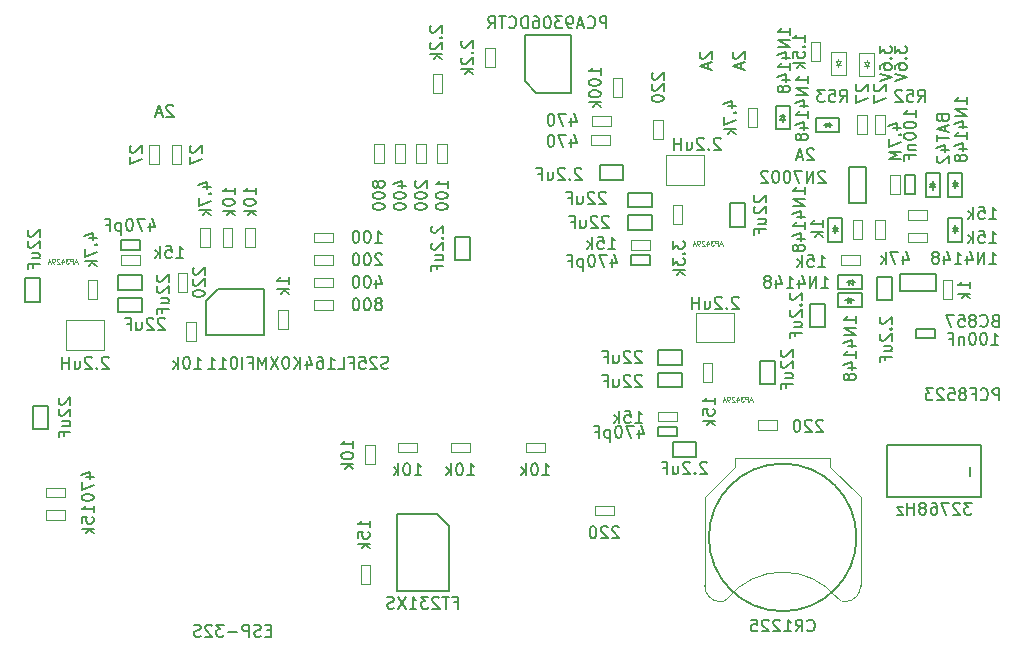
<source format=gbr>
G04 #@! TF.FileFunction,Other,Fab,Bot*
%FSLAX46Y46*%
G04 Gerber Fmt 4.6, Leading zero omitted, Abs format (unit mm)*
G04 Created by KiCad (PCBNEW 4.0.7+dfsg1-1) date Tue Oct  3 01:07:36 2017*
%MOMM*%
%LPD*%
G01*
G04 APERTURE LIST*
%ADD10C,0.100000*%
%ADD11C,0.150000*%
G04 APERTURE END LIST*
D10*
X153644000Y-72126000D02*
X154444000Y-72126000D01*
X153644000Y-70526000D02*
X153644000Y-72126000D01*
X154444000Y-70526000D02*
X153644000Y-70526000D01*
X154444000Y-72126000D02*
X154444000Y-70526000D01*
X160470000Y-89340000D02*
X160470000Y-86840000D01*
X157270000Y-89340000D02*
X160470000Y-89340000D01*
X157270000Y-86840000D02*
X157270000Y-89340000D01*
X160470000Y-86840000D02*
X157270000Y-86840000D01*
X157930000Y-76005000D02*
X157930000Y-73505000D01*
X154730000Y-76005000D02*
X157930000Y-76005000D01*
X154730000Y-73505000D02*
X154730000Y-76005000D01*
X157930000Y-73505000D02*
X154730000Y-73505000D01*
X103930000Y-87475000D02*
X103930000Y-89975000D01*
X107130000Y-87475000D02*
X103930000Y-87475000D01*
X107130000Y-89975000D02*
X107130000Y-87475000D01*
X103930000Y-89975000D02*
X107130000Y-89975000D01*
D11*
X101710000Y-83915000D02*
X100460000Y-83915000D01*
X101710000Y-85915000D02*
X101710000Y-83915000D01*
X100460000Y-85915000D02*
X101710000Y-85915000D01*
X100460000Y-83915000D02*
X100460000Y-85915000D01*
X154060000Y-90005000D02*
X154060000Y-91255000D01*
X156060000Y-90005000D02*
X154060000Y-90005000D01*
X156060000Y-91255000D02*
X156060000Y-90005000D01*
X154060000Y-91255000D02*
X156060000Y-91255000D01*
X154060000Y-91910000D02*
X154060000Y-93160000D01*
X156060000Y-91910000D02*
X154060000Y-91910000D01*
X156060000Y-93160000D02*
X156060000Y-91910000D01*
X154060000Y-93160000D02*
X156060000Y-93160000D01*
X162690000Y-92900000D02*
X163940000Y-92900000D01*
X162690000Y-90900000D02*
X162690000Y-92900000D01*
X163940000Y-90900000D02*
X162690000Y-90900000D01*
X163940000Y-92900000D02*
X163940000Y-90900000D01*
X151520000Y-78575000D02*
X151520000Y-79825000D01*
X153520000Y-78575000D02*
X151520000Y-78575000D01*
X153520000Y-79825000D02*
X153520000Y-78575000D01*
X151520000Y-79825000D02*
X153520000Y-79825000D01*
X151520000Y-76670000D02*
X151520000Y-77920000D01*
X153520000Y-76670000D02*
X151520000Y-76670000D01*
X153520000Y-77920000D02*
X153520000Y-76670000D01*
X151520000Y-77920000D02*
X153520000Y-77920000D01*
X160150000Y-79565000D02*
X161400000Y-79565000D01*
X160150000Y-77565000D02*
X160150000Y-79565000D01*
X161400000Y-77565000D02*
X160150000Y-77565000D01*
X161400000Y-79565000D02*
X161400000Y-77565000D01*
X110340000Y-84905000D02*
X110340000Y-83655000D01*
X108340000Y-84905000D02*
X110340000Y-84905000D01*
X108340000Y-83655000D02*
X108340000Y-84905000D01*
X110340000Y-83655000D02*
X108340000Y-83655000D01*
X110340000Y-86810000D02*
X110340000Y-85560000D01*
X108340000Y-86810000D02*
X110340000Y-86810000D01*
X108340000Y-85560000D02*
X108340000Y-86810000D01*
X110340000Y-85560000D02*
X108340000Y-85560000D01*
X172596000Y-85788000D02*
X173846000Y-85788000D01*
X172596000Y-83788000D02*
X172596000Y-85788000D01*
X173846000Y-83788000D02*
X172596000Y-83788000D01*
X173846000Y-85788000D02*
X173846000Y-83788000D01*
X170500000Y-84280000D02*
X170700000Y-84280000D01*
X170200000Y-84280000D02*
X170000000Y-84280000D01*
X170200000Y-84480000D02*
X170200000Y-84080000D01*
X170500000Y-84080000D02*
X170500000Y-84480000D01*
X170200000Y-84280000D02*
X170500000Y-84080000D01*
X170500000Y-84480000D02*
X170200000Y-84280000D01*
X169300000Y-83680000D02*
X169300000Y-84880000D01*
X171300000Y-83680000D02*
X169300000Y-83680000D01*
X171300000Y-84880000D02*
X171300000Y-83680000D01*
X169300000Y-84880000D02*
X171300000Y-84880000D01*
X179190000Y-79635000D02*
X179190000Y-79435000D01*
X179190000Y-79935000D02*
X179190000Y-80135000D01*
X179390000Y-79935000D02*
X178990000Y-79935000D01*
X178990000Y-79635000D02*
X179390000Y-79635000D01*
X179190000Y-79935000D02*
X178990000Y-79635000D01*
X179390000Y-79635000D02*
X179190000Y-79935000D01*
X178590000Y-80835000D02*
X179790000Y-80835000D01*
X178590000Y-78835000D02*
X178590000Y-80835000D01*
X179790000Y-78835000D02*
X178590000Y-78835000D01*
X179790000Y-80835000D02*
X179790000Y-78835000D01*
X177285000Y-76225000D02*
X177285000Y-76425000D01*
X177285000Y-75925000D02*
X177285000Y-75725000D01*
X177085000Y-75925000D02*
X177485000Y-75925000D01*
X177485000Y-76225000D02*
X177085000Y-76225000D01*
X177285000Y-75925000D02*
X177485000Y-76225000D01*
X177085000Y-76225000D02*
X177285000Y-75925000D01*
X177885000Y-75025000D02*
X176685000Y-75025000D01*
X177885000Y-77025000D02*
X177885000Y-75025000D01*
X176685000Y-77025000D02*
X177885000Y-77025000D01*
X176685000Y-75025000D02*
X176685000Y-77025000D01*
X169030000Y-79635000D02*
X169030000Y-79435000D01*
X169030000Y-79935000D02*
X169030000Y-80135000D01*
X169230000Y-79935000D02*
X168830000Y-79935000D01*
X168830000Y-79635000D02*
X169230000Y-79635000D01*
X169030000Y-79935000D02*
X168830000Y-79635000D01*
X169230000Y-79635000D02*
X169030000Y-79935000D01*
X168430000Y-80835000D02*
X169630000Y-80835000D01*
X168430000Y-78835000D02*
X168430000Y-80835000D01*
X169630000Y-78835000D02*
X168430000Y-78835000D01*
X169630000Y-80835000D02*
X169630000Y-78835000D01*
X177535000Y-83580000D02*
X174495000Y-83580000D01*
X174495000Y-84980000D02*
X174495000Y-83580000D01*
X177535000Y-84980000D02*
X177535000Y-83580000D01*
X177535000Y-84980000D02*
X174495000Y-84980000D01*
X170235000Y-74505000D02*
X170235000Y-77545000D01*
X171635000Y-77545000D02*
X170235000Y-77545000D01*
X171635000Y-74505000D02*
X170235000Y-74505000D01*
X171635000Y-74505000D02*
X171635000Y-77545000D01*
X154060000Y-96510000D02*
X154060000Y-97310000D01*
X155660000Y-96510000D02*
X154060000Y-96510000D01*
X155660000Y-97310000D02*
X155660000Y-96510000D01*
X154060000Y-97310000D02*
X155660000Y-97310000D01*
X151720000Y-81975000D02*
X151720000Y-82775000D01*
X153320000Y-81975000D02*
X151720000Y-81975000D01*
X153320000Y-82775000D02*
X153320000Y-81975000D01*
X151720000Y-82775000D02*
X153320000Y-82775000D01*
X110140000Y-81505000D02*
X110140000Y-80705000D01*
X108540000Y-81505000D02*
X110140000Y-81505000D01*
X108540000Y-80705000D02*
X108540000Y-81505000D01*
X110140000Y-80705000D02*
X108540000Y-80705000D01*
X175780000Y-75225000D02*
X174980000Y-75225000D01*
X175780000Y-76825000D02*
X175780000Y-75225000D01*
X174980000Y-76825000D02*
X175780000Y-76825000D01*
X174980000Y-75225000D02*
X174980000Y-76825000D01*
D10*
X169500000Y-81975000D02*
X169500000Y-82775000D01*
X171100000Y-81975000D02*
X169500000Y-81975000D01*
X171100000Y-82775000D02*
X171100000Y-81975000D01*
X169500000Y-82775000D02*
X171100000Y-82775000D01*
X172440000Y-80635000D02*
X173240000Y-80635000D01*
X172440000Y-79035000D02*
X172440000Y-80635000D01*
X173240000Y-79035000D02*
X172440000Y-79035000D01*
X173240000Y-80635000D02*
X173240000Y-79035000D01*
X176815000Y-80870000D02*
X176815000Y-80070000D01*
X175215000Y-80870000D02*
X176815000Y-80870000D01*
X175215000Y-80070000D02*
X175215000Y-80870000D01*
X176815000Y-80070000D02*
X175215000Y-80070000D01*
X174510000Y-75225000D02*
X173710000Y-75225000D01*
X174510000Y-76825000D02*
X174510000Y-75225000D01*
X173710000Y-76825000D02*
X174510000Y-76825000D01*
X173710000Y-75225000D02*
X173710000Y-76825000D01*
X178955000Y-84115000D02*
X178155000Y-84115000D01*
X178955000Y-85715000D02*
X178955000Y-84115000D01*
X178155000Y-85715000D02*
X178955000Y-85715000D01*
X178155000Y-84115000D02*
X178155000Y-85715000D01*
X114185000Y-83480000D02*
X113385000Y-83480000D01*
X114185000Y-85080000D02*
X114185000Y-83480000D01*
X113385000Y-85080000D02*
X114185000Y-85080000D01*
X113385000Y-83480000D02*
X113385000Y-85080000D01*
X170535000Y-80635000D02*
X171335000Y-80635000D01*
X170535000Y-79035000D02*
X170535000Y-80635000D01*
X171335000Y-79035000D02*
X170535000Y-79035000D01*
X171335000Y-80635000D02*
X171335000Y-79035000D01*
X129680000Y-108200000D02*
X128880000Y-108200000D01*
X129680000Y-109800000D02*
X129680000Y-108200000D01*
X128880000Y-109800000D02*
X129680000Y-109800000D01*
X128880000Y-108200000D02*
X128880000Y-109800000D01*
X150272000Y-103984000D02*
X150272000Y-103184000D01*
X148672000Y-103984000D02*
X150272000Y-103984000D01*
X148672000Y-103184000D02*
X148672000Y-103984000D01*
X150272000Y-103184000D02*
X148672000Y-103184000D01*
X176815000Y-78965000D02*
X176815000Y-78165000D01*
X175215000Y-78965000D02*
X176815000Y-78965000D01*
X175215000Y-78165000D02*
X175215000Y-78965000D01*
X176815000Y-78165000D02*
X175215000Y-78165000D01*
X154060000Y-95240000D02*
X154060000Y-96040000D01*
X155660000Y-95240000D02*
X154060000Y-95240000D01*
X155660000Y-96040000D02*
X155660000Y-95240000D01*
X154060000Y-96040000D02*
X155660000Y-96040000D01*
X110140000Y-82775000D02*
X110140000Y-81975000D01*
X108540000Y-82775000D02*
X110140000Y-82775000D01*
X108540000Y-81975000D02*
X108540000Y-82775000D01*
X110140000Y-81975000D02*
X108540000Y-81975000D01*
X151720000Y-80705000D02*
X151720000Y-81505000D01*
X153320000Y-80705000D02*
X151720000Y-80705000D01*
X153320000Y-81505000D02*
X153320000Y-80705000D01*
X151720000Y-81505000D02*
X153320000Y-81505000D01*
X158635000Y-91100000D02*
X157835000Y-91100000D01*
X158635000Y-92700000D02*
X158635000Y-91100000D01*
X157835000Y-92700000D02*
X158635000Y-92700000D01*
X157835000Y-91100000D02*
X157835000Y-92700000D01*
X105765000Y-85715000D02*
X106565000Y-85715000D01*
X105765000Y-84115000D02*
X105765000Y-85715000D01*
X106565000Y-84115000D02*
X105765000Y-84115000D01*
X106565000Y-85715000D02*
X106565000Y-84115000D01*
X156095000Y-77765000D02*
X155295000Y-77765000D01*
X156095000Y-79365000D02*
X156095000Y-77765000D01*
X155295000Y-79365000D02*
X156095000Y-79365000D01*
X155295000Y-77765000D02*
X155295000Y-79365000D01*
X126482000Y-86585000D02*
X126482000Y-85785000D01*
X124882000Y-86585000D02*
X126482000Y-86585000D01*
X124882000Y-85785000D02*
X124882000Y-86585000D01*
X126482000Y-85785000D02*
X124882000Y-85785000D01*
X126482000Y-84679000D02*
X126482000Y-83879000D01*
X124882000Y-84679000D02*
X126482000Y-84679000D01*
X124882000Y-83879000D02*
X124882000Y-84679000D01*
X126482000Y-83879000D02*
X124882000Y-83879000D01*
X126482000Y-82775000D02*
X126482000Y-81975000D01*
X124882000Y-82775000D02*
X126482000Y-82775000D01*
X124882000Y-81975000D02*
X124882000Y-82775000D01*
X126482000Y-81975000D02*
X124882000Y-81975000D01*
X126482000Y-80870000D02*
X126482000Y-80070000D01*
X124882000Y-80870000D02*
X126482000Y-80870000D01*
X124882000Y-80070000D02*
X124882000Y-80870000D01*
X126482000Y-80070000D02*
X124882000Y-80070000D01*
X130022000Y-74158000D02*
X130822000Y-74158000D01*
X130022000Y-72558000D02*
X130022000Y-74158000D01*
X130822000Y-72558000D02*
X130022000Y-72558000D01*
X130822000Y-74158000D02*
X130822000Y-72558000D01*
X131800000Y-74158000D02*
X132600000Y-74158000D01*
X131800000Y-72558000D02*
X131800000Y-74158000D01*
X132600000Y-72558000D02*
X131800000Y-72558000D01*
X132600000Y-74158000D02*
X132600000Y-72558000D01*
X133578000Y-74158000D02*
X134378000Y-74158000D01*
X133578000Y-72558000D02*
X133578000Y-74158000D01*
X134378000Y-72558000D02*
X133578000Y-72558000D01*
X134378000Y-74158000D02*
X134378000Y-72558000D01*
X135356000Y-74158000D02*
X136156000Y-74158000D01*
X135356000Y-72558000D02*
X135356000Y-74158000D01*
X136156000Y-72558000D02*
X135356000Y-72558000D01*
X136156000Y-74158000D02*
X136156000Y-72558000D01*
D11*
X115780000Y-85870000D02*
X115780000Y-88770000D01*
X115780000Y-88770000D02*
X120680000Y-88770000D01*
X120680000Y-88770000D02*
X120680000Y-84870000D01*
X120680000Y-84870000D02*
X116780000Y-84870000D01*
X116780000Y-84870000D02*
X115780000Y-85870000D01*
X175850000Y-88198000D02*
X175850000Y-88998000D01*
X177450000Y-88198000D02*
X175850000Y-88198000D01*
X177450000Y-88998000D02*
X177450000Y-88198000D01*
X175850000Y-88998000D02*
X177450000Y-88998000D01*
X143730000Y-68250000D02*
X146630000Y-68250000D01*
X146630000Y-68250000D02*
X146630000Y-63350000D01*
X146630000Y-63350000D02*
X142730000Y-63350000D01*
X142730000Y-63350000D02*
X142730000Y-67250000D01*
X142730000Y-67250000D02*
X143730000Y-68250000D01*
X170100000Y-85804000D02*
X169900000Y-85804000D01*
X170400000Y-85804000D02*
X170600000Y-85804000D01*
X170400000Y-85604000D02*
X170400000Y-86004000D01*
X170100000Y-86004000D02*
X170100000Y-85604000D01*
X170400000Y-85804000D02*
X170100000Y-86004000D01*
X170100000Y-85604000D02*
X170400000Y-85804000D01*
X171300000Y-86404000D02*
X171300000Y-85204000D01*
X169300000Y-86404000D02*
X171300000Y-86404000D01*
X169300000Y-85204000D02*
X169300000Y-86404000D01*
X171300000Y-85204000D02*
X169300000Y-85204000D01*
X179190000Y-75825000D02*
X179190000Y-75625000D01*
X179190000Y-76125000D02*
X179190000Y-76325000D01*
X179390000Y-76125000D02*
X178990000Y-76125000D01*
X178990000Y-75825000D02*
X179390000Y-75825000D01*
X179190000Y-76125000D02*
X178990000Y-75825000D01*
X179390000Y-75825000D02*
X179190000Y-76125000D01*
X178590000Y-77025000D02*
X179790000Y-77025000D01*
X178590000Y-75025000D02*
X178590000Y-77025000D01*
X179790000Y-75025000D02*
X178590000Y-75025000D01*
X179790000Y-77025000D02*
X179790000Y-75025000D01*
X168595000Y-70945000D02*
X168795000Y-70945000D01*
X168295000Y-70945000D02*
X168095000Y-70945000D01*
X168295000Y-71145000D02*
X168295000Y-70745000D01*
X168595000Y-70745000D02*
X168595000Y-71145000D01*
X168295000Y-70945000D02*
X168595000Y-70745000D01*
X168595000Y-71145000D02*
X168295000Y-70945000D01*
X167395000Y-70345000D02*
X167395000Y-71545000D01*
X169395000Y-70345000D02*
X167395000Y-70345000D01*
X169395000Y-71545000D02*
X169395000Y-70345000D01*
X167395000Y-71545000D02*
X169395000Y-71545000D01*
X164585000Y-70510000D02*
X164585000Y-70710000D01*
X164585000Y-70210000D02*
X164585000Y-70010000D01*
X164385000Y-70210000D02*
X164785000Y-70210000D01*
X164785000Y-70510000D02*
X164385000Y-70510000D01*
X164585000Y-70210000D02*
X164785000Y-70510000D01*
X164385000Y-70510000D02*
X164585000Y-70210000D01*
X165185000Y-69310000D02*
X163985000Y-69310000D01*
X165185000Y-71310000D02*
X165185000Y-69310000D01*
X163985000Y-71310000D02*
X165185000Y-71310000D01*
X163985000Y-69310000D02*
X163985000Y-71310000D01*
D10*
X161645000Y-71110000D02*
X162445000Y-71110000D01*
X161645000Y-69510000D02*
X161645000Y-71110000D01*
X162445000Y-69510000D02*
X161645000Y-69510000D01*
X162445000Y-71110000D02*
X162445000Y-69510000D01*
X139420000Y-66030000D02*
X140220000Y-66030000D01*
X139420000Y-64430000D02*
X139420000Y-66030000D01*
X140220000Y-64430000D02*
X139420000Y-64430000D01*
X140220000Y-66030000D02*
X140220000Y-64430000D01*
X134975000Y-68232000D02*
X135775000Y-68232000D01*
X134975000Y-66632000D02*
X134975000Y-68232000D01*
X135775000Y-66632000D02*
X134975000Y-66632000D01*
X135775000Y-68232000D02*
X135775000Y-66632000D01*
X150215000Y-68570000D02*
X151015000Y-68570000D01*
X150215000Y-66970000D02*
X150215000Y-68570000D01*
X151015000Y-66970000D02*
X150215000Y-66970000D01*
X151015000Y-68570000D02*
X151015000Y-66970000D01*
X149975000Y-72615000D02*
X149975000Y-71815000D01*
X148375000Y-72615000D02*
X149975000Y-72615000D01*
X148375000Y-71815000D02*
X148375000Y-72615000D01*
X149975000Y-71815000D02*
X148375000Y-71815000D01*
X150080000Y-71000000D02*
X150080000Y-70200000D01*
X148480000Y-71000000D02*
X150080000Y-71000000D01*
X148480000Y-70200000D02*
X148480000Y-71000000D01*
X150080000Y-70200000D02*
X148480000Y-70200000D01*
D11*
X135305000Y-103890000D02*
X131905000Y-103890000D01*
X131905000Y-103890000D02*
X131905000Y-110390000D01*
X131905000Y-110390000D02*
X136305000Y-110390000D01*
X136305000Y-110390000D02*
X136305000Y-104890000D01*
X136305000Y-104890000D02*
X135305000Y-103890000D01*
D10*
X119900000Y-79670000D02*
X119100000Y-79670000D01*
X119900000Y-81270000D02*
X119900000Y-79670000D01*
X119100000Y-81270000D02*
X119900000Y-81270000D01*
X119100000Y-79670000D02*
X119100000Y-81270000D01*
X114080000Y-89200000D02*
X114880000Y-89200000D01*
X114080000Y-87600000D02*
X114080000Y-89200000D01*
X114880000Y-87600000D02*
X114080000Y-87600000D01*
X114880000Y-89200000D02*
X114880000Y-87600000D01*
X129260000Y-99685000D02*
X130060000Y-99685000D01*
X129260000Y-98085000D02*
X129260000Y-99685000D01*
X130060000Y-98085000D02*
X129260000Y-98085000D01*
X130060000Y-99685000D02*
X130060000Y-98085000D01*
X117995000Y-79670000D02*
X117195000Y-79670000D01*
X117995000Y-81270000D02*
X117995000Y-79670000D01*
X117195000Y-81270000D02*
X117995000Y-81270000D01*
X117195000Y-79670000D02*
X117195000Y-81270000D01*
X122680000Y-86600000D02*
X121880000Y-86600000D01*
X122680000Y-88200000D02*
X122680000Y-86600000D01*
X121880000Y-88200000D02*
X122680000Y-88200000D01*
X121880000Y-86600000D02*
X121880000Y-88200000D01*
X116090000Y-79670000D02*
X115290000Y-79670000D01*
X116090000Y-81270000D02*
X116090000Y-79670000D01*
X115290000Y-81270000D02*
X116090000Y-81270000D01*
X115290000Y-79670000D02*
X115290000Y-81270000D01*
X144430000Y-98650000D02*
X144430000Y-97850000D01*
X142830000Y-98650000D02*
X144430000Y-98650000D01*
X142830000Y-97850000D02*
X142830000Y-98650000D01*
X144430000Y-97850000D02*
X142830000Y-97850000D01*
X138080000Y-98650000D02*
X138080000Y-97850000D01*
X136480000Y-98650000D02*
X138080000Y-98650000D01*
X136480000Y-97850000D02*
X136480000Y-98650000D01*
X138080000Y-97850000D02*
X136480000Y-97850000D01*
X133635000Y-98650000D02*
X133635000Y-97850000D01*
X132035000Y-98650000D02*
X133635000Y-98650000D01*
X132035000Y-97850000D02*
X132035000Y-98650000D01*
X133635000Y-97850000D02*
X132035000Y-97850000D01*
X102190000Y-103565000D02*
X102190000Y-104365000D01*
X103790000Y-103565000D02*
X102190000Y-103565000D01*
X103790000Y-104365000D02*
X103790000Y-103565000D01*
X102190000Y-104365000D02*
X103790000Y-104365000D01*
X102190000Y-101660000D02*
X102190000Y-102460000D01*
X103790000Y-101660000D02*
X102190000Y-101660000D01*
X103790000Y-102460000D02*
X103790000Y-101660000D01*
X102190000Y-102460000D02*
X103790000Y-102460000D01*
D11*
X166881000Y-88074000D02*
X168131000Y-88074000D01*
X166881000Y-86074000D02*
X166881000Y-88074000D01*
X168131000Y-86074000D02*
X166881000Y-86074000D01*
X168131000Y-88074000D02*
X168131000Y-86074000D01*
D10*
X164115000Y-96745000D02*
X164115000Y-95945000D01*
X162515000Y-96745000D02*
X164115000Y-96745000D01*
X162515000Y-95945000D02*
X162515000Y-96745000D01*
X164115000Y-95945000D02*
X162515000Y-95945000D01*
X166979000Y-65522000D02*
X167779000Y-65522000D01*
X166979000Y-63922000D02*
X166979000Y-65522000D01*
X167779000Y-63922000D02*
X166979000Y-63922000D01*
X167779000Y-65522000D02*
X167779000Y-63922000D01*
D11*
X155280000Y-97775000D02*
X155280000Y-99025000D01*
X157280000Y-97775000D02*
X155280000Y-97775000D01*
X157280000Y-99025000D02*
X157280000Y-97775000D01*
X155280000Y-99025000D02*
X157280000Y-99025000D01*
X136855000Y-82400000D02*
X138105000Y-82400000D01*
X136855000Y-80400000D02*
X136855000Y-82400000D01*
X138105000Y-80400000D02*
X136855000Y-80400000D01*
X138105000Y-82400000D02*
X138105000Y-80400000D01*
X151080000Y-75625000D02*
X151080000Y-74375000D01*
X149080000Y-75625000D02*
X151080000Y-75625000D01*
X149080000Y-74375000D02*
X149080000Y-75625000D01*
X151080000Y-74375000D02*
X149080000Y-74375000D01*
X102345000Y-94710000D02*
X101095000Y-94710000D01*
X102345000Y-96710000D02*
X102345000Y-94710000D01*
X101095000Y-96710000D02*
X102345000Y-96710000D01*
X101095000Y-94710000D02*
X101095000Y-96710000D01*
D10*
X112877000Y-74285000D02*
X113677000Y-74285000D01*
X112877000Y-72685000D02*
X112877000Y-74285000D01*
X113677000Y-72685000D02*
X112877000Y-72685000D01*
X113677000Y-74285000D02*
X113677000Y-72685000D01*
X110972000Y-74285000D02*
X111772000Y-74285000D01*
X110972000Y-72685000D02*
X110972000Y-74285000D01*
X111772000Y-72685000D02*
X110972000Y-72685000D01*
X111772000Y-74285000D02*
X111772000Y-72685000D01*
X169284000Y-65538000D02*
X169284000Y-65338000D01*
X169284000Y-65838000D02*
X169284000Y-66038000D01*
X169484000Y-65838000D02*
X169084000Y-65838000D01*
X169084000Y-65538000D02*
X169484000Y-65538000D01*
X169284000Y-65838000D02*
X169084000Y-65538000D01*
X169484000Y-65538000D02*
X169284000Y-65838000D01*
X168659000Y-66738000D02*
X169909000Y-66738000D01*
X168659000Y-64738000D02*
X168659000Y-66738000D01*
X169909000Y-64738000D02*
X168659000Y-64738000D01*
X169909000Y-66738000D02*
X169909000Y-64738000D01*
X171697000Y-65631000D02*
X171697000Y-65431000D01*
X171697000Y-65931000D02*
X171697000Y-66131000D01*
X171897000Y-65931000D02*
X171497000Y-65931000D01*
X171497000Y-65631000D02*
X171897000Y-65631000D01*
X171697000Y-65931000D02*
X171497000Y-65631000D01*
X171897000Y-65631000D02*
X171697000Y-65931000D01*
X171072000Y-66831000D02*
X172322000Y-66831000D01*
X171072000Y-64831000D02*
X171072000Y-66831000D01*
X172322000Y-64831000D02*
X171072000Y-64831000D01*
X172322000Y-66831000D02*
X172322000Y-64831000D01*
X172440000Y-71745000D02*
X173240000Y-71745000D01*
X172440000Y-70145000D02*
X172440000Y-71745000D01*
X173240000Y-70145000D02*
X172440000Y-70145000D01*
X173240000Y-71745000D02*
X173240000Y-70145000D01*
X170916000Y-71745000D02*
X171716000Y-71745000D01*
X170916000Y-70145000D02*
X170916000Y-71745000D01*
X171716000Y-70145000D02*
X170916000Y-70145000D01*
X171716000Y-71745000D02*
X171716000Y-70145000D01*
D11*
X170835000Y-105870000D02*
G75*
G03X170835000Y-105870000I-6250000J0D01*
G01*
D10*
X159206987Y-111317558D02*
G75*
G03X159985000Y-110970000I88013J847558D01*
G01*
X169963013Y-111317558D02*
G75*
G02X169185000Y-110970000I-88013J847558D01*
G01*
X159977095Y-110979589D02*
G75*
G02X169185000Y-110970000I4607905J-3790411D01*
G01*
X157985000Y-109920000D02*
G75*
G03X159285000Y-111320000I1350000J-50000D01*
G01*
X171185000Y-109920000D02*
G75*
G02X169885000Y-111320000I-1350000J-50000D01*
G01*
X157985000Y-102470000D02*
X157985000Y-109970000D01*
X171185000Y-102470000D02*
X171185000Y-109970000D01*
X160585000Y-99870000D02*
X157985000Y-102470000D01*
X168585000Y-99870000D02*
X171185000Y-102470000D01*
X160585000Y-99170000D02*
X160585000Y-99870000D01*
X168585000Y-99170000D02*
X168585000Y-99870000D01*
X168585000Y-99170000D02*
X160585000Y-99170000D01*
D11*
X181412000Y-98082000D02*
X181412000Y-102482000D01*
X173412000Y-98082000D02*
X181412000Y-98082000D01*
X173412000Y-102482000D02*
X173412000Y-98082000D01*
X181412000Y-102482000D02*
X173412000Y-102482000D01*
X180412000Y-99882000D02*
X180412000Y-100682000D01*
X153591619Y-66531905D02*
X153544000Y-66579524D01*
X153496381Y-66674762D01*
X153496381Y-66912858D01*
X153544000Y-67008096D01*
X153591619Y-67055715D01*
X153686857Y-67103334D01*
X153782095Y-67103334D01*
X153924952Y-67055715D01*
X154496381Y-66484286D01*
X154496381Y-67103334D01*
X153591619Y-67484286D02*
X153544000Y-67531905D01*
X153496381Y-67627143D01*
X153496381Y-67865239D01*
X153544000Y-67960477D01*
X153591619Y-68008096D01*
X153686857Y-68055715D01*
X153782095Y-68055715D01*
X153924952Y-68008096D01*
X154496381Y-67436667D01*
X154496381Y-68055715D01*
X153496381Y-68674762D02*
X153496381Y-68770001D01*
X153544000Y-68865239D01*
X153591619Y-68912858D01*
X153686857Y-68960477D01*
X153877333Y-69008096D01*
X154115429Y-69008096D01*
X154305905Y-68960477D01*
X154401143Y-68912858D01*
X154448762Y-68865239D01*
X154496381Y-68770001D01*
X154496381Y-68674762D01*
X154448762Y-68579524D01*
X154401143Y-68531905D01*
X154305905Y-68484286D01*
X154115429Y-68436667D01*
X153877333Y-68436667D01*
X153686857Y-68484286D01*
X153591619Y-68531905D01*
X153544000Y-68579524D01*
X153496381Y-68674762D01*
X160449619Y-64769714D02*
X160402000Y-64817333D01*
X160354381Y-64912571D01*
X160354381Y-65150667D01*
X160402000Y-65245905D01*
X160449619Y-65293524D01*
X160544857Y-65341143D01*
X160640095Y-65341143D01*
X160782952Y-65293524D01*
X161354381Y-64722095D01*
X161354381Y-65341143D01*
X161068667Y-65722095D02*
X161068667Y-66198286D01*
X161354381Y-65626857D02*
X160354381Y-65960190D01*
X161354381Y-66293524D01*
X157655619Y-64769714D02*
X157608000Y-64817333D01*
X157560381Y-64912571D01*
X157560381Y-65150667D01*
X157608000Y-65245905D01*
X157655619Y-65293524D01*
X157750857Y-65341143D01*
X157846095Y-65341143D01*
X157988952Y-65293524D01*
X158560381Y-64722095D01*
X158560381Y-65341143D01*
X158274667Y-65722095D02*
X158274667Y-66198286D01*
X158560381Y-65626857D02*
X157560381Y-65960190D01*
X158560381Y-66293524D01*
X160846190Y-85605619D02*
X160798571Y-85558000D01*
X160703333Y-85510381D01*
X160465237Y-85510381D01*
X160369999Y-85558000D01*
X160322380Y-85605619D01*
X160274761Y-85700857D01*
X160274761Y-85796095D01*
X160322380Y-85938952D01*
X160893809Y-86510381D01*
X160274761Y-86510381D01*
X159846190Y-86415143D02*
X159798571Y-86462762D01*
X159846190Y-86510381D01*
X159893809Y-86462762D01*
X159846190Y-86415143D01*
X159846190Y-86510381D01*
X159417619Y-85605619D02*
X159370000Y-85558000D01*
X159274762Y-85510381D01*
X159036666Y-85510381D01*
X158941428Y-85558000D01*
X158893809Y-85605619D01*
X158846190Y-85700857D01*
X158846190Y-85796095D01*
X158893809Y-85938952D01*
X159465238Y-86510381D01*
X158846190Y-86510381D01*
X157989047Y-85843714D02*
X157989047Y-86510381D01*
X158417619Y-85843714D02*
X158417619Y-86367524D01*
X158370000Y-86462762D01*
X158274762Y-86510381D01*
X158131904Y-86510381D01*
X158036666Y-86462762D01*
X157989047Y-86415143D01*
X157512857Y-86510381D02*
X157512857Y-85510381D01*
X157512857Y-85986571D02*
X156941428Y-85986571D01*
X156941428Y-86510381D02*
X156941428Y-85510381D01*
D10*
X162003571Y-94252667D02*
X161813094Y-94252667D01*
X162041666Y-94366952D02*
X161908332Y-93966952D01*
X161774999Y-94366952D01*
X161641666Y-94366952D02*
X161641666Y-93966952D01*
X161489285Y-93966952D01*
X161451190Y-93986000D01*
X161432142Y-94005048D01*
X161413094Y-94043143D01*
X161413094Y-94100286D01*
X161432142Y-94138381D01*
X161451190Y-94157429D01*
X161489285Y-94176476D01*
X161641666Y-94176476D01*
X161279761Y-93966952D02*
X161032142Y-93966952D01*
X161165475Y-94119333D01*
X161108333Y-94119333D01*
X161070237Y-94138381D01*
X161051190Y-94157429D01*
X161032142Y-94195524D01*
X161032142Y-94290762D01*
X161051190Y-94328857D01*
X161070237Y-94347905D01*
X161108333Y-94366952D01*
X161222618Y-94366952D01*
X161260714Y-94347905D01*
X161279761Y-94328857D01*
X160689285Y-94100286D02*
X160689285Y-94366952D01*
X160784523Y-93947905D02*
X160879762Y-94233619D01*
X160632142Y-94233619D01*
X160498810Y-94005048D02*
X160479762Y-93986000D01*
X160441667Y-93966952D01*
X160346429Y-93966952D01*
X160308333Y-93986000D01*
X160289286Y-94005048D01*
X160270238Y-94043143D01*
X160270238Y-94081238D01*
X160289286Y-94138381D01*
X160517857Y-94366952D01*
X160270238Y-94366952D01*
X160079762Y-94366952D02*
X160003572Y-94366952D01*
X159965477Y-94347905D01*
X159946429Y-94328857D01*
X159908334Y-94271714D01*
X159889286Y-94195524D01*
X159889286Y-94043143D01*
X159908334Y-94005048D01*
X159927381Y-93986000D01*
X159965477Y-93966952D01*
X160041667Y-93966952D01*
X160079762Y-93986000D01*
X160098810Y-94005048D01*
X160117858Y-94043143D01*
X160117858Y-94138381D01*
X160098810Y-94176476D01*
X160079762Y-94195524D01*
X160041667Y-94214571D01*
X159965477Y-94214571D01*
X159927381Y-94195524D01*
X159908334Y-94176476D01*
X159889286Y-94138381D01*
X159736906Y-94252667D02*
X159546429Y-94252667D01*
X159775001Y-94366952D02*
X159641667Y-93966952D01*
X159508334Y-94366952D01*
D11*
X159322190Y-72143619D02*
X159274571Y-72096000D01*
X159179333Y-72048381D01*
X158941237Y-72048381D01*
X158845999Y-72096000D01*
X158798380Y-72143619D01*
X158750761Y-72238857D01*
X158750761Y-72334095D01*
X158798380Y-72476952D01*
X159369809Y-73048381D01*
X158750761Y-73048381D01*
X158322190Y-72953143D02*
X158274571Y-73000762D01*
X158322190Y-73048381D01*
X158369809Y-73000762D01*
X158322190Y-72953143D01*
X158322190Y-73048381D01*
X157893619Y-72143619D02*
X157846000Y-72096000D01*
X157750762Y-72048381D01*
X157512666Y-72048381D01*
X157417428Y-72096000D01*
X157369809Y-72143619D01*
X157322190Y-72238857D01*
X157322190Y-72334095D01*
X157369809Y-72476952D01*
X157941238Y-73048381D01*
X157322190Y-73048381D01*
X156465047Y-72381714D02*
X156465047Y-73048381D01*
X156893619Y-72381714D02*
X156893619Y-72905524D01*
X156846000Y-73000762D01*
X156750762Y-73048381D01*
X156607904Y-73048381D01*
X156512666Y-73000762D01*
X156465047Y-72953143D01*
X155988857Y-73048381D02*
X155988857Y-72048381D01*
X155988857Y-72524571D02*
X155417428Y-72524571D01*
X155417428Y-73048381D02*
X155417428Y-72048381D01*
D10*
X159463571Y-81044667D02*
X159273094Y-81044667D01*
X159501666Y-81158952D02*
X159368332Y-80758952D01*
X159234999Y-81158952D01*
X159101666Y-81158952D02*
X159101666Y-80758952D01*
X158949285Y-80758952D01*
X158911190Y-80778000D01*
X158892142Y-80797048D01*
X158873094Y-80835143D01*
X158873094Y-80892286D01*
X158892142Y-80930381D01*
X158911190Y-80949429D01*
X158949285Y-80968476D01*
X159101666Y-80968476D01*
X158739761Y-80758952D02*
X158492142Y-80758952D01*
X158625475Y-80911333D01*
X158568333Y-80911333D01*
X158530237Y-80930381D01*
X158511190Y-80949429D01*
X158492142Y-80987524D01*
X158492142Y-81082762D01*
X158511190Y-81120857D01*
X158530237Y-81139905D01*
X158568333Y-81158952D01*
X158682618Y-81158952D01*
X158720714Y-81139905D01*
X158739761Y-81120857D01*
X158149285Y-80892286D02*
X158149285Y-81158952D01*
X158244523Y-80739905D02*
X158339762Y-81025619D01*
X158092142Y-81025619D01*
X157958810Y-80797048D02*
X157939762Y-80778000D01*
X157901667Y-80758952D01*
X157806429Y-80758952D01*
X157768333Y-80778000D01*
X157749286Y-80797048D01*
X157730238Y-80835143D01*
X157730238Y-80873238D01*
X157749286Y-80930381D01*
X157977857Y-81158952D01*
X157730238Y-81158952D01*
X157539762Y-81158952D02*
X157463572Y-81158952D01*
X157425477Y-81139905D01*
X157406429Y-81120857D01*
X157368334Y-81063714D01*
X157349286Y-80987524D01*
X157349286Y-80835143D01*
X157368334Y-80797048D01*
X157387381Y-80778000D01*
X157425477Y-80758952D01*
X157501667Y-80758952D01*
X157539762Y-80778000D01*
X157558810Y-80797048D01*
X157577858Y-80835143D01*
X157577858Y-80930381D01*
X157558810Y-80968476D01*
X157539762Y-80987524D01*
X157501667Y-81006571D01*
X157425477Y-81006571D01*
X157387381Y-80987524D01*
X157368334Y-80968476D01*
X157349286Y-80930381D01*
X157196906Y-81044667D02*
X157006429Y-81044667D01*
X157235001Y-81158952D02*
X157101667Y-80758952D01*
X156968334Y-81158952D01*
D11*
X107506190Y-90685619D02*
X107458571Y-90638000D01*
X107363333Y-90590381D01*
X107125237Y-90590381D01*
X107029999Y-90638000D01*
X106982380Y-90685619D01*
X106934761Y-90780857D01*
X106934761Y-90876095D01*
X106982380Y-91018952D01*
X107553809Y-91590381D01*
X106934761Y-91590381D01*
X106506190Y-91495143D02*
X106458571Y-91542762D01*
X106506190Y-91590381D01*
X106553809Y-91542762D01*
X106506190Y-91495143D01*
X106506190Y-91590381D01*
X106077619Y-90685619D02*
X106030000Y-90638000D01*
X105934762Y-90590381D01*
X105696666Y-90590381D01*
X105601428Y-90638000D01*
X105553809Y-90685619D01*
X105506190Y-90780857D01*
X105506190Y-90876095D01*
X105553809Y-91018952D01*
X106125238Y-91590381D01*
X105506190Y-91590381D01*
X104649047Y-90923714D02*
X104649047Y-91590381D01*
X105077619Y-90923714D02*
X105077619Y-91447524D01*
X105030000Y-91542762D01*
X104934762Y-91590381D01*
X104791904Y-91590381D01*
X104696666Y-91542762D01*
X104649047Y-91495143D01*
X104172857Y-91590381D02*
X104172857Y-90590381D01*
X104172857Y-91066571D02*
X103601428Y-91066571D01*
X103601428Y-91590381D02*
X103601428Y-90590381D01*
D10*
X104853571Y-82568667D02*
X104663094Y-82568667D01*
X104891666Y-82682952D02*
X104758332Y-82282952D01*
X104624999Y-82682952D01*
X104491666Y-82682952D02*
X104491666Y-82282952D01*
X104339285Y-82282952D01*
X104301190Y-82302000D01*
X104282142Y-82321048D01*
X104263094Y-82359143D01*
X104263094Y-82416286D01*
X104282142Y-82454381D01*
X104301190Y-82473429D01*
X104339285Y-82492476D01*
X104491666Y-82492476D01*
X104129761Y-82282952D02*
X103882142Y-82282952D01*
X104015475Y-82435333D01*
X103958333Y-82435333D01*
X103920237Y-82454381D01*
X103901190Y-82473429D01*
X103882142Y-82511524D01*
X103882142Y-82606762D01*
X103901190Y-82644857D01*
X103920237Y-82663905D01*
X103958333Y-82682952D01*
X104072618Y-82682952D01*
X104110714Y-82663905D01*
X104129761Y-82644857D01*
X103539285Y-82416286D02*
X103539285Y-82682952D01*
X103634523Y-82263905D02*
X103729762Y-82549619D01*
X103482142Y-82549619D01*
X103348810Y-82321048D02*
X103329762Y-82302000D01*
X103291667Y-82282952D01*
X103196429Y-82282952D01*
X103158333Y-82302000D01*
X103139286Y-82321048D01*
X103120238Y-82359143D01*
X103120238Y-82397238D01*
X103139286Y-82454381D01*
X103367857Y-82682952D01*
X103120238Y-82682952D01*
X102929762Y-82682952D02*
X102853572Y-82682952D01*
X102815477Y-82663905D01*
X102796429Y-82644857D01*
X102758334Y-82587714D01*
X102739286Y-82511524D01*
X102739286Y-82359143D01*
X102758334Y-82321048D01*
X102777381Y-82302000D01*
X102815477Y-82282952D01*
X102891667Y-82282952D01*
X102929762Y-82302000D01*
X102948810Y-82321048D01*
X102967858Y-82359143D01*
X102967858Y-82454381D01*
X102948810Y-82492476D01*
X102929762Y-82511524D01*
X102891667Y-82530571D01*
X102815477Y-82530571D01*
X102777381Y-82511524D01*
X102758334Y-82492476D01*
X102739286Y-82454381D01*
X102586906Y-82568667D02*
X102396429Y-82568667D01*
X102625001Y-82682952D02*
X102491667Y-82282952D01*
X102358334Y-82682952D01*
D11*
X100759619Y-79843143D02*
X100712000Y-79890762D01*
X100664381Y-79986000D01*
X100664381Y-80224096D01*
X100712000Y-80319334D01*
X100759619Y-80366953D01*
X100854857Y-80414572D01*
X100950095Y-80414572D01*
X101092952Y-80366953D01*
X101664381Y-79795524D01*
X101664381Y-80414572D01*
X100759619Y-80795524D02*
X100712000Y-80843143D01*
X100664381Y-80938381D01*
X100664381Y-81176477D01*
X100712000Y-81271715D01*
X100759619Y-81319334D01*
X100854857Y-81366953D01*
X100950095Y-81366953D01*
X101092952Y-81319334D01*
X101664381Y-80747905D01*
X101664381Y-81366953D01*
X100997714Y-82224096D02*
X101664381Y-82224096D01*
X100997714Y-81795524D02*
X101521524Y-81795524D01*
X101616762Y-81843143D01*
X101664381Y-81938381D01*
X101664381Y-82081239D01*
X101616762Y-82176477D01*
X101569143Y-82224096D01*
X101140571Y-83033620D02*
X101140571Y-82700286D01*
X101664381Y-82700286D02*
X100664381Y-82700286D01*
X100664381Y-83176477D01*
X152638857Y-90177619D02*
X152591238Y-90130000D01*
X152496000Y-90082381D01*
X152257904Y-90082381D01*
X152162666Y-90130000D01*
X152115047Y-90177619D01*
X152067428Y-90272857D01*
X152067428Y-90368095D01*
X152115047Y-90510952D01*
X152686476Y-91082381D01*
X152067428Y-91082381D01*
X151686476Y-90177619D02*
X151638857Y-90130000D01*
X151543619Y-90082381D01*
X151305523Y-90082381D01*
X151210285Y-90130000D01*
X151162666Y-90177619D01*
X151115047Y-90272857D01*
X151115047Y-90368095D01*
X151162666Y-90510952D01*
X151734095Y-91082381D01*
X151115047Y-91082381D01*
X150257904Y-90415714D02*
X150257904Y-91082381D01*
X150686476Y-90415714D02*
X150686476Y-90939524D01*
X150638857Y-91034762D01*
X150543619Y-91082381D01*
X150400761Y-91082381D01*
X150305523Y-91034762D01*
X150257904Y-90987143D01*
X149448380Y-90558571D02*
X149781714Y-90558571D01*
X149781714Y-91082381D02*
X149781714Y-90082381D01*
X149305523Y-90082381D01*
X152638857Y-92209619D02*
X152591238Y-92162000D01*
X152496000Y-92114381D01*
X152257904Y-92114381D01*
X152162666Y-92162000D01*
X152115047Y-92209619D01*
X152067428Y-92304857D01*
X152067428Y-92400095D01*
X152115047Y-92542952D01*
X152686476Y-93114381D01*
X152067428Y-93114381D01*
X151686476Y-92209619D02*
X151638857Y-92162000D01*
X151543619Y-92114381D01*
X151305523Y-92114381D01*
X151210285Y-92162000D01*
X151162666Y-92209619D01*
X151115047Y-92304857D01*
X151115047Y-92400095D01*
X151162666Y-92542952D01*
X151734095Y-93114381D01*
X151115047Y-93114381D01*
X150257904Y-92447714D02*
X150257904Y-93114381D01*
X150686476Y-92447714D02*
X150686476Y-92971524D01*
X150638857Y-93066762D01*
X150543619Y-93114381D01*
X150400761Y-93114381D01*
X150305523Y-93066762D01*
X150257904Y-93019143D01*
X149448380Y-92590571D02*
X149781714Y-92590571D01*
X149781714Y-93114381D02*
X149781714Y-92114381D01*
X149305523Y-92114381D01*
X164513619Y-90003143D02*
X164466000Y-90050762D01*
X164418381Y-90146000D01*
X164418381Y-90384096D01*
X164466000Y-90479334D01*
X164513619Y-90526953D01*
X164608857Y-90574572D01*
X164704095Y-90574572D01*
X164846952Y-90526953D01*
X165418381Y-89955524D01*
X165418381Y-90574572D01*
X164513619Y-90955524D02*
X164466000Y-91003143D01*
X164418381Y-91098381D01*
X164418381Y-91336477D01*
X164466000Y-91431715D01*
X164513619Y-91479334D01*
X164608857Y-91526953D01*
X164704095Y-91526953D01*
X164846952Y-91479334D01*
X165418381Y-90907905D01*
X165418381Y-91526953D01*
X164751714Y-92384096D02*
X165418381Y-92384096D01*
X164751714Y-91955524D02*
X165275524Y-91955524D01*
X165370762Y-92003143D01*
X165418381Y-92098381D01*
X165418381Y-92241239D01*
X165370762Y-92336477D01*
X165323143Y-92384096D01*
X164894571Y-93193620D02*
X164894571Y-92860286D01*
X165418381Y-92860286D02*
X164418381Y-92860286D01*
X164418381Y-93336477D01*
X149844857Y-78747619D02*
X149797238Y-78700000D01*
X149702000Y-78652381D01*
X149463904Y-78652381D01*
X149368666Y-78700000D01*
X149321047Y-78747619D01*
X149273428Y-78842857D01*
X149273428Y-78938095D01*
X149321047Y-79080952D01*
X149892476Y-79652381D01*
X149273428Y-79652381D01*
X148892476Y-78747619D02*
X148844857Y-78700000D01*
X148749619Y-78652381D01*
X148511523Y-78652381D01*
X148416285Y-78700000D01*
X148368666Y-78747619D01*
X148321047Y-78842857D01*
X148321047Y-78938095D01*
X148368666Y-79080952D01*
X148940095Y-79652381D01*
X148321047Y-79652381D01*
X147463904Y-78985714D02*
X147463904Y-79652381D01*
X147892476Y-78985714D02*
X147892476Y-79509524D01*
X147844857Y-79604762D01*
X147749619Y-79652381D01*
X147606761Y-79652381D01*
X147511523Y-79604762D01*
X147463904Y-79557143D01*
X146654380Y-79128571D02*
X146987714Y-79128571D01*
X146987714Y-79652381D02*
X146987714Y-78652381D01*
X146511523Y-78652381D01*
X149590857Y-76715619D02*
X149543238Y-76668000D01*
X149448000Y-76620381D01*
X149209904Y-76620381D01*
X149114666Y-76668000D01*
X149067047Y-76715619D01*
X149019428Y-76810857D01*
X149019428Y-76906095D01*
X149067047Y-77048952D01*
X149638476Y-77620381D01*
X149019428Y-77620381D01*
X148638476Y-76715619D02*
X148590857Y-76668000D01*
X148495619Y-76620381D01*
X148257523Y-76620381D01*
X148162285Y-76668000D01*
X148114666Y-76715619D01*
X148067047Y-76810857D01*
X148067047Y-76906095D01*
X148114666Y-77048952D01*
X148686095Y-77620381D01*
X148067047Y-77620381D01*
X147209904Y-76953714D02*
X147209904Y-77620381D01*
X147638476Y-76953714D02*
X147638476Y-77477524D01*
X147590857Y-77572762D01*
X147495619Y-77620381D01*
X147352761Y-77620381D01*
X147257523Y-77572762D01*
X147209904Y-77525143D01*
X146400380Y-77096571D02*
X146733714Y-77096571D01*
X146733714Y-77620381D02*
X146733714Y-76620381D01*
X146257523Y-76620381D01*
X162227619Y-76922143D02*
X162180000Y-76969762D01*
X162132381Y-77065000D01*
X162132381Y-77303096D01*
X162180000Y-77398334D01*
X162227619Y-77445953D01*
X162322857Y-77493572D01*
X162418095Y-77493572D01*
X162560952Y-77445953D01*
X163132381Y-76874524D01*
X163132381Y-77493572D01*
X162227619Y-77874524D02*
X162180000Y-77922143D01*
X162132381Y-78017381D01*
X162132381Y-78255477D01*
X162180000Y-78350715D01*
X162227619Y-78398334D01*
X162322857Y-78445953D01*
X162418095Y-78445953D01*
X162560952Y-78398334D01*
X163132381Y-77826905D01*
X163132381Y-78445953D01*
X162465714Y-79303096D02*
X163132381Y-79303096D01*
X162465714Y-78874524D02*
X162989524Y-78874524D01*
X163084762Y-78922143D01*
X163132381Y-79017381D01*
X163132381Y-79160239D01*
X163084762Y-79255477D01*
X163037143Y-79303096D01*
X162608571Y-80112620D02*
X162608571Y-79779286D01*
X163132381Y-79779286D02*
X162132381Y-79779286D01*
X162132381Y-80255477D01*
X111681619Y-83653143D02*
X111634000Y-83700762D01*
X111586381Y-83796000D01*
X111586381Y-84034096D01*
X111634000Y-84129334D01*
X111681619Y-84176953D01*
X111776857Y-84224572D01*
X111872095Y-84224572D01*
X112014952Y-84176953D01*
X112586381Y-83605524D01*
X112586381Y-84224572D01*
X111681619Y-84605524D02*
X111634000Y-84653143D01*
X111586381Y-84748381D01*
X111586381Y-84986477D01*
X111634000Y-85081715D01*
X111681619Y-85129334D01*
X111776857Y-85176953D01*
X111872095Y-85176953D01*
X112014952Y-85129334D01*
X112586381Y-84557905D01*
X112586381Y-85176953D01*
X111919714Y-86034096D02*
X112586381Y-86034096D01*
X111919714Y-85605524D02*
X112443524Y-85605524D01*
X112538762Y-85653143D01*
X112586381Y-85748381D01*
X112586381Y-85891239D01*
X112538762Y-85986477D01*
X112491143Y-86034096D01*
X112062571Y-86843620D02*
X112062571Y-86510286D01*
X112586381Y-86510286D02*
X111586381Y-86510286D01*
X111586381Y-86986477D01*
X112252857Y-87383619D02*
X112205238Y-87336000D01*
X112110000Y-87288381D01*
X111871904Y-87288381D01*
X111776666Y-87336000D01*
X111729047Y-87383619D01*
X111681428Y-87478857D01*
X111681428Y-87574095D01*
X111729047Y-87716952D01*
X112300476Y-88288381D01*
X111681428Y-88288381D01*
X111300476Y-87383619D02*
X111252857Y-87336000D01*
X111157619Y-87288381D01*
X110919523Y-87288381D01*
X110824285Y-87336000D01*
X110776666Y-87383619D01*
X110729047Y-87478857D01*
X110729047Y-87574095D01*
X110776666Y-87716952D01*
X111348095Y-88288381D01*
X110729047Y-88288381D01*
X109871904Y-87621714D02*
X109871904Y-88288381D01*
X110300476Y-87621714D02*
X110300476Y-88145524D01*
X110252857Y-88240762D01*
X110157619Y-88288381D01*
X110014761Y-88288381D01*
X109919523Y-88240762D01*
X109871904Y-88193143D01*
X109062380Y-87764571D02*
X109395714Y-87764571D01*
X109395714Y-88288381D02*
X109395714Y-87288381D01*
X108919523Y-87288381D01*
X112975286Y-69349619D02*
X112927667Y-69302000D01*
X112832429Y-69254381D01*
X112594333Y-69254381D01*
X112499095Y-69302000D01*
X112451476Y-69349619D01*
X112403857Y-69444857D01*
X112403857Y-69540095D01*
X112451476Y-69682952D01*
X113022905Y-70254381D01*
X112403857Y-70254381D01*
X112022905Y-69968667D02*
X111546714Y-69968667D01*
X112118143Y-70254381D02*
X111784810Y-69254381D01*
X111451476Y-70254381D01*
X167204286Y-73032619D02*
X167156667Y-72985000D01*
X167061429Y-72937381D01*
X166823333Y-72937381D01*
X166728095Y-72985000D01*
X166680476Y-73032619D01*
X166632857Y-73127857D01*
X166632857Y-73223095D01*
X166680476Y-73365952D01*
X167251905Y-73937381D01*
X166632857Y-73937381D01*
X166251905Y-73651667D02*
X165775714Y-73651667D01*
X166347143Y-73937381D02*
X166013810Y-72937381D01*
X165680476Y-73937381D01*
X182920238Y-94257381D02*
X182920238Y-93257381D01*
X182539285Y-93257381D01*
X182444047Y-93305000D01*
X182396428Y-93352619D01*
X182348809Y-93447857D01*
X182348809Y-93590714D01*
X182396428Y-93685952D01*
X182444047Y-93733571D01*
X182539285Y-93781190D01*
X182920238Y-93781190D01*
X181348809Y-94162143D02*
X181396428Y-94209762D01*
X181539285Y-94257381D01*
X181634523Y-94257381D01*
X181777381Y-94209762D01*
X181872619Y-94114524D01*
X181920238Y-94019286D01*
X181967857Y-93828810D01*
X181967857Y-93685952D01*
X181920238Y-93495476D01*
X181872619Y-93400238D01*
X181777381Y-93305000D01*
X181634523Y-93257381D01*
X181539285Y-93257381D01*
X181396428Y-93305000D01*
X181348809Y-93352619D01*
X180586904Y-93733571D02*
X180920238Y-93733571D01*
X180920238Y-94257381D02*
X180920238Y-93257381D01*
X180444047Y-93257381D01*
X179920238Y-93685952D02*
X180015476Y-93638333D01*
X180063095Y-93590714D01*
X180110714Y-93495476D01*
X180110714Y-93447857D01*
X180063095Y-93352619D01*
X180015476Y-93305000D01*
X179920238Y-93257381D01*
X179729761Y-93257381D01*
X179634523Y-93305000D01*
X179586904Y-93352619D01*
X179539285Y-93447857D01*
X179539285Y-93495476D01*
X179586904Y-93590714D01*
X179634523Y-93638333D01*
X179729761Y-93685952D01*
X179920238Y-93685952D01*
X180015476Y-93733571D01*
X180063095Y-93781190D01*
X180110714Y-93876429D01*
X180110714Y-94066905D01*
X180063095Y-94162143D01*
X180015476Y-94209762D01*
X179920238Y-94257381D01*
X179729761Y-94257381D01*
X179634523Y-94209762D01*
X179586904Y-94162143D01*
X179539285Y-94066905D01*
X179539285Y-93876429D01*
X179586904Y-93781190D01*
X179634523Y-93733571D01*
X179729761Y-93685952D01*
X178634523Y-93257381D02*
X179110714Y-93257381D01*
X179158333Y-93733571D01*
X179110714Y-93685952D01*
X179015476Y-93638333D01*
X178777380Y-93638333D01*
X178682142Y-93685952D01*
X178634523Y-93733571D01*
X178586904Y-93828810D01*
X178586904Y-94066905D01*
X178634523Y-94162143D01*
X178682142Y-94209762D01*
X178777380Y-94257381D01*
X179015476Y-94257381D01*
X179110714Y-94209762D01*
X179158333Y-94162143D01*
X178205952Y-93352619D02*
X178158333Y-93305000D01*
X178063095Y-93257381D01*
X177824999Y-93257381D01*
X177729761Y-93305000D01*
X177682142Y-93352619D01*
X177634523Y-93447857D01*
X177634523Y-93543095D01*
X177682142Y-93685952D01*
X178253571Y-94257381D01*
X177634523Y-94257381D01*
X177301190Y-93257381D02*
X176682142Y-93257381D01*
X177015476Y-93638333D01*
X176872618Y-93638333D01*
X176777380Y-93685952D01*
X176729761Y-93733571D01*
X176682142Y-93828810D01*
X176682142Y-94066905D01*
X176729761Y-94162143D01*
X176777380Y-94209762D01*
X176872618Y-94257381D01*
X177158333Y-94257381D01*
X177253571Y-94209762D01*
X177301190Y-94162143D01*
X172895619Y-87225048D02*
X172848000Y-87272667D01*
X172800381Y-87367905D01*
X172800381Y-87606001D01*
X172848000Y-87701239D01*
X172895619Y-87748858D01*
X172990857Y-87796477D01*
X173086095Y-87796477D01*
X173228952Y-87748858D01*
X173800381Y-87177429D01*
X173800381Y-87796477D01*
X173705143Y-88225048D02*
X173752762Y-88272667D01*
X173800381Y-88225048D01*
X173752762Y-88177429D01*
X173705143Y-88225048D01*
X173800381Y-88225048D01*
X172895619Y-88653619D02*
X172848000Y-88701238D01*
X172800381Y-88796476D01*
X172800381Y-89034572D01*
X172848000Y-89129810D01*
X172895619Y-89177429D01*
X172990857Y-89225048D01*
X173086095Y-89225048D01*
X173228952Y-89177429D01*
X173800381Y-88606000D01*
X173800381Y-89225048D01*
X173133714Y-90082191D02*
X173800381Y-90082191D01*
X173133714Y-89653619D02*
X173657524Y-89653619D01*
X173752762Y-89701238D01*
X173800381Y-89796476D01*
X173800381Y-89939334D01*
X173752762Y-90034572D01*
X173705143Y-90082191D01*
X173276571Y-90891715D02*
X173276571Y-90558381D01*
X173800381Y-90558381D02*
X172800381Y-90558381D01*
X172800381Y-91034572D01*
X167870857Y-84732381D02*
X168442286Y-84732381D01*
X168156572Y-84732381D02*
X168156572Y-83732381D01*
X168251810Y-83875238D01*
X168347048Y-83970476D01*
X168442286Y-84018095D01*
X167442286Y-84732381D02*
X167442286Y-83732381D01*
X166870857Y-84732381D01*
X166870857Y-83732381D01*
X165966095Y-84065714D02*
X165966095Y-84732381D01*
X166204191Y-83684762D02*
X166442286Y-84399048D01*
X165823238Y-84399048D01*
X164918476Y-84732381D02*
X165489905Y-84732381D01*
X165204191Y-84732381D02*
X165204191Y-83732381D01*
X165299429Y-83875238D01*
X165394667Y-83970476D01*
X165489905Y-84018095D01*
X164061333Y-84065714D02*
X164061333Y-84732381D01*
X164299429Y-83684762D02*
X164537524Y-84399048D01*
X163918476Y-84399048D01*
X163394667Y-84160952D02*
X163489905Y-84113333D01*
X163537524Y-84065714D01*
X163585143Y-83970476D01*
X163585143Y-83922857D01*
X163537524Y-83827619D01*
X163489905Y-83780000D01*
X163394667Y-83732381D01*
X163204190Y-83732381D01*
X163108952Y-83780000D01*
X163061333Y-83827619D01*
X163013714Y-83922857D01*
X163013714Y-83970476D01*
X163061333Y-84065714D01*
X163108952Y-84113333D01*
X163204190Y-84160952D01*
X163394667Y-84160952D01*
X163489905Y-84208571D01*
X163537524Y-84256190D01*
X163585143Y-84351429D01*
X163585143Y-84541905D01*
X163537524Y-84637143D01*
X163489905Y-84684762D01*
X163394667Y-84732381D01*
X163204190Y-84732381D01*
X163108952Y-84684762D01*
X163061333Y-84637143D01*
X163013714Y-84541905D01*
X163013714Y-84351429D01*
X163061333Y-84256190D01*
X163108952Y-84208571D01*
X163204190Y-84160952D01*
X182094857Y-82700381D02*
X182666286Y-82700381D01*
X182380572Y-82700381D02*
X182380572Y-81700381D01*
X182475810Y-81843238D01*
X182571048Y-81938476D01*
X182666286Y-81986095D01*
X181666286Y-82700381D02*
X181666286Y-81700381D01*
X181094857Y-82700381D01*
X181094857Y-81700381D01*
X180190095Y-82033714D02*
X180190095Y-82700381D01*
X180428191Y-81652762D02*
X180666286Y-82367048D01*
X180047238Y-82367048D01*
X179142476Y-82700381D02*
X179713905Y-82700381D01*
X179428191Y-82700381D02*
X179428191Y-81700381D01*
X179523429Y-81843238D01*
X179618667Y-81938476D01*
X179713905Y-81986095D01*
X178285333Y-82033714D02*
X178285333Y-82700381D01*
X178523429Y-81652762D02*
X178761524Y-82367048D01*
X178142476Y-82367048D01*
X177618667Y-82128952D02*
X177713905Y-82081333D01*
X177761524Y-82033714D01*
X177809143Y-81938476D01*
X177809143Y-81890857D01*
X177761524Y-81795619D01*
X177713905Y-81748000D01*
X177618667Y-81700381D01*
X177428190Y-81700381D01*
X177332952Y-81748000D01*
X177285333Y-81795619D01*
X177237714Y-81890857D01*
X177237714Y-81938476D01*
X177285333Y-82033714D01*
X177332952Y-82081333D01*
X177428190Y-82128952D01*
X177618667Y-82128952D01*
X177713905Y-82176571D01*
X177761524Y-82224190D01*
X177809143Y-82319429D01*
X177809143Y-82509905D01*
X177761524Y-82605143D01*
X177713905Y-82652762D01*
X177618667Y-82700381D01*
X177428190Y-82700381D01*
X177332952Y-82652762D01*
X177285333Y-82605143D01*
X177237714Y-82509905D01*
X177237714Y-82319429D01*
X177285333Y-82224190D01*
X177332952Y-82176571D01*
X177428190Y-82128952D01*
X178102571Y-70397524D02*
X178150190Y-70540381D01*
X178197810Y-70588000D01*
X178293048Y-70635619D01*
X178435905Y-70635619D01*
X178531143Y-70588000D01*
X178578762Y-70540381D01*
X178626381Y-70445143D01*
X178626381Y-70064190D01*
X177626381Y-70064190D01*
X177626381Y-70397524D01*
X177674000Y-70492762D01*
X177721619Y-70540381D01*
X177816857Y-70588000D01*
X177912095Y-70588000D01*
X178007333Y-70540381D01*
X178054952Y-70492762D01*
X178102571Y-70397524D01*
X178102571Y-70064190D01*
X178340667Y-71016571D02*
X178340667Y-71492762D01*
X178626381Y-70921333D02*
X177626381Y-71254666D01*
X178626381Y-71588000D01*
X177626381Y-71778476D02*
X177626381Y-72349905D01*
X178626381Y-72064190D02*
X177626381Y-72064190D01*
X177959714Y-73111810D02*
X178626381Y-73111810D01*
X177578762Y-72873714D02*
X178293048Y-72635619D01*
X178293048Y-73254667D01*
X177721619Y-73588000D02*
X177674000Y-73635619D01*
X177626381Y-73730857D01*
X177626381Y-73968953D01*
X177674000Y-74064191D01*
X177721619Y-74111810D01*
X177816857Y-74159429D01*
X177912095Y-74159429D01*
X178054952Y-74111810D01*
X178626381Y-73540381D01*
X178626381Y-74159429D01*
X166434381Y-76803143D02*
X166434381Y-76231714D01*
X166434381Y-76517428D02*
X165434381Y-76517428D01*
X165577238Y-76422190D01*
X165672476Y-76326952D01*
X165720095Y-76231714D01*
X166434381Y-77231714D02*
X165434381Y-77231714D01*
X166434381Y-77803143D01*
X165434381Y-77803143D01*
X165767714Y-78707905D02*
X166434381Y-78707905D01*
X165386762Y-78469809D02*
X166101048Y-78231714D01*
X166101048Y-78850762D01*
X166434381Y-79755524D02*
X166434381Y-79184095D01*
X166434381Y-79469809D02*
X165434381Y-79469809D01*
X165577238Y-79374571D01*
X165672476Y-79279333D01*
X165720095Y-79184095D01*
X165767714Y-80612667D02*
X166434381Y-80612667D01*
X165386762Y-80374571D02*
X166101048Y-80136476D01*
X166101048Y-80755524D01*
X165862952Y-81279333D02*
X165815333Y-81184095D01*
X165767714Y-81136476D01*
X165672476Y-81088857D01*
X165624857Y-81088857D01*
X165529619Y-81136476D01*
X165482000Y-81184095D01*
X165434381Y-81279333D01*
X165434381Y-81469810D01*
X165482000Y-81565048D01*
X165529619Y-81612667D01*
X165624857Y-81660286D01*
X165672476Y-81660286D01*
X165767714Y-81612667D01*
X165815333Y-81565048D01*
X165862952Y-81469810D01*
X165862952Y-81279333D01*
X165910571Y-81184095D01*
X165958190Y-81136476D01*
X166053429Y-81088857D01*
X166243905Y-81088857D01*
X166339143Y-81136476D01*
X166386762Y-81184095D01*
X166434381Y-81279333D01*
X166434381Y-81469810D01*
X166386762Y-81565048D01*
X166339143Y-81612667D01*
X166243905Y-81660286D01*
X166053429Y-81660286D01*
X165958190Y-81612667D01*
X165910571Y-81565048D01*
X165862952Y-81469810D01*
X182571142Y-87510571D02*
X182428285Y-87558190D01*
X182380666Y-87605810D01*
X182333047Y-87701048D01*
X182333047Y-87843905D01*
X182380666Y-87939143D01*
X182428285Y-87986762D01*
X182523523Y-88034381D01*
X182904476Y-88034381D01*
X182904476Y-87034381D01*
X182571142Y-87034381D01*
X182475904Y-87082000D01*
X182428285Y-87129619D01*
X182380666Y-87224857D01*
X182380666Y-87320095D01*
X182428285Y-87415333D01*
X182475904Y-87462952D01*
X182571142Y-87510571D01*
X182904476Y-87510571D01*
X181333047Y-87939143D02*
X181380666Y-87986762D01*
X181523523Y-88034381D01*
X181618761Y-88034381D01*
X181761619Y-87986762D01*
X181856857Y-87891524D01*
X181904476Y-87796286D01*
X181952095Y-87605810D01*
X181952095Y-87462952D01*
X181904476Y-87272476D01*
X181856857Y-87177238D01*
X181761619Y-87082000D01*
X181618761Y-87034381D01*
X181523523Y-87034381D01*
X181380666Y-87082000D01*
X181333047Y-87129619D01*
X180761619Y-87462952D02*
X180856857Y-87415333D01*
X180904476Y-87367714D01*
X180952095Y-87272476D01*
X180952095Y-87224857D01*
X180904476Y-87129619D01*
X180856857Y-87082000D01*
X180761619Y-87034381D01*
X180571142Y-87034381D01*
X180475904Y-87082000D01*
X180428285Y-87129619D01*
X180380666Y-87224857D01*
X180380666Y-87272476D01*
X180428285Y-87367714D01*
X180475904Y-87415333D01*
X180571142Y-87462952D01*
X180761619Y-87462952D01*
X180856857Y-87510571D01*
X180904476Y-87558190D01*
X180952095Y-87653429D01*
X180952095Y-87843905D01*
X180904476Y-87939143D01*
X180856857Y-87986762D01*
X180761619Y-88034381D01*
X180571142Y-88034381D01*
X180475904Y-87986762D01*
X180428285Y-87939143D01*
X180380666Y-87843905D01*
X180380666Y-87653429D01*
X180428285Y-87558190D01*
X180475904Y-87510571D01*
X180571142Y-87462952D01*
X179475904Y-87034381D02*
X179952095Y-87034381D01*
X179999714Y-87510571D01*
X179952095Y-87462952D01*
X179856857Y-87415333D01*
X179618761Y-87415333D01*
X179523523Y-87462952D01*
X179475904Y-87510571D01*
X179428285Y-87605810D01*
X179428285Y-87843905D01*
X179475904Y-87939143D01*
X179523523Y-87986762D01*
X179618761Y-88034381D01*
X179856857Y-88034381D01*
X179952095Y-87986762D01*
X179999714Y-87939143D01*
X179094952Y-87034381D02*
X178428285Y-87034381D01*
X178856857Y-88034381D01*
X168188286Y-74937619D02*
X168140667Y-74890000D01*
X168045429Y-74842381D01*
X167807333Y-74842381D01*
X167712095Y-74890000D01*
X167664476Y-74937619D01*
X167616857Y-75032857D01*
X167616857Y-75128095D01*
X167664476Y-75270952D01*
X168235905Y-75842381D01*
X167616857Y-75842381D01*
X167188286Y-75842381D02*
X167188286Y-74842381D01*
X166616857Y-75842381D01*
X166616857Y-74842381D01*
X166235905Y-74842381D02*
X165569238Y-74842381D01*
X165997810Y-75842381D01*
X164997810Y-74842381D02*
X164902571Y-74842381D01*
X164807333Y-74890000D01*
X164759714Y-74937619D01*
X164712095Y-75032857D01*
X164664476Y-75223333D01*
X164664476Y-75461429D01*
X164712095Y-75651905D01*
X164759714Y-75747143D01*
X164807333Y-75794762D01*
X164902571Y-75842381D01*
X164997810Y-75842381D01*
X165093048Y-75794762D01*
X165140667Y-75747143D01*
X165188286Y-75651905D01*
X165235905Y-75461429D01*
X165235905Y-75223333D01*
X165188286Y-75032857D01*
X165140667Y-74937619D01*
X165093048Y-74890000D01*
X164997810Y-74842381D01*
X164045429Y-74842381D02*
X163950190Y-74842381D01*
X163854952Y-74890000D01*
X163807333Y-74937619D01*
X163759714Y-75032857D01*
X163712095Y-75223333D01*
X163712095Y-75461429D01*
X163759714Y-75651905D01*
X163807333Y-75747143D01*
X163854952Y-75794762D01*
X163950190Y-75842381D01*
X164045429Y-75842381D01*
X164140667Y-75794762D01*
X164188286Y-75747143D01*
X164235905Y-75651905D01*
X164283524Y-75461429D01*
X164283524Y-75223333D01*
X164235905Y-75032857D01*
X164188286Y-74937619D01*
X164140667Y-74890000D01*
X164045429Y-74842381D01*
X163331143Y-74937619D02*
X163283524Y-74890000D01*
X163188286Y-74842381D01*
X162950190Y-74842381D01*
X162854952Y-74890000D01*
X162807333Y-74937619D01*
X162759714Y-75032857D01*
X162759714Y-75128095D01*
X162807333Y-75270952D01*
X163378762Y-75842381D01*
X162759714Y-75842381D01*
X152384857Y-96765714D02*
X152384857Y-97432381D01*
X152622953Y-96384762D02*
X152861048Y-97099048D01*
X152242000Y-97099048D01*
X151956286Y-96432381D02*
X151289619Y-96432381D01*
X151718191Y-97432381D01*
X150718191Y-96432381D02*
X150622952Y-96432381D01*
X150527714Y-96480000D01*
X150480095Y-96527619D01*
X150432476Y-96622857D01*
X150384857Y-96813333D01*
X150384857Y-97051429D01*
X150432476Y-97241905D01*
X150480095Y-97337143D01*
X150527714Y-97384762D01*
X150622952Y-97432381D01*
X150718191Y-97432381D01*
X150813429Y-97384762D01*
X150861048Y-97337143D01*
X150908667Y-97241905D01*
X150956286Y-97051429D01*
X150956286Y-96813333D01*
X150908667Y-96622857D01*
X150861048Y-96527619D01*
X150813429Y-96480000D01*
X150718191Y-96432381D01*
X149956286Y-96765714D02*
X149956286Y-97765714D01*
X149956286Y-96813333D02*
X149861048Y-96765714D01*
X149670571Y-96765714D01*
X149575333Y-96813333D01*
X149527714Y-96860952D01*
X149480095Y-96956190D01*
X149480095Y-97241905D01*
X149527714Y-97337143D01*
X149575333Y-97384762D01*
X149670571Y-97432381D01*
X149861048Y-97432381D01*
X149956286Y-97384762D01*
X148718190Y-96908571D02*
X149051524Y-96908571D01*
X149051524Y-97432381D02*
X149051524Y-96432381D01*
X148575333Y-96432381D01*
X150098857Y-82287714D02*
X150098857Y-82954381D01*
X150336953Y-81906762D02*
X150575048Y-82621048D01*
X149956000Y-82621048D01*
X149670286Y-81954381D02*
X149003619Y-81954381D01*
X149432191Y-82954381D01*
X148432191Y-81954381D02*
X148336952Y-81954381D01*
X148241714Y-82002000D01*
X148194095Y-82049619D01*
X148146476Y-82144857D01*
X148098857Y-82335333D01*
X148098857Y-82573429D01*
X148146476Y-82763905D01*
X148194095Y-82859143D01*
X148241714Y-82906762D01*
X148336952Y-82954381D01*
X148432191Y-82954381D01*
X148527429Y-82906762D01*
X148575048Y-82859143D01*
X148622667Y-82763905D01*
X148670286Y-82573429D01*
X148670286Y-82335333D01*
X148622667Y-82144857D01*
X148575048Y-82049619D01*
X148527429Y-82002000D01*
X148432191Y-81954381D01*
X147670286Y-82287714D02*
X147670286Y-83287714D01*
X147670286Y-82335333D02*
X147575048Y-82287714D01*
X147384571Y-82287714D01*
X147289333Y-82335333D01*
X147241714Y-82382952D01*
X147194095Y-82478190D01*
X147194095Y-82763905D01*
X147241714Y-82859143D01*
X147289333Y-82906762D01*
X147384571Y-82954381D01*
X147575048Y-82954381D01*
X147670286Y-82906762D01*
X146432190Y-82430571D02*
X146765524Y-82430571D01*
X146765524Y-82954381D02*
X146765524Y-81954381D01*
X146289333Y-81954381D01*
X110982857Y-79239714D02*
X110982857Y-79906381D01*
X111220953Y-78858762D02*
X111459048Y-79573048D01*
X110840000Y-79573048D01*
X110554286Y-78906381D02*
X109887619Y-78906381D01*
X110316191Y-79906381D01*
X109316191Y-78906381D02*
X109220952Y-78906381D01*
X109125714Y-78954000D01*
X109078095Y-79001619D01*
X109030476Y-79096857D01*
X108982857Y-79287333D01*
X108982857Y-79525429D01*
X109030476Y-79715905D01*
X109078095Y-79811143D01*
X109125714Y-79858762D01*
X109220952Y-79906381D01*
X109316191Y-79906381D01*
X109411429Y-79858762D01*
X109459048Y-79811143D01*
X109506667Y-79715905D01*
X109554286Y-79525429D01*
X109554286Y-79287333D01*
X109506667Y-79096857D01*
X109459048Y-79001619D01*
X109411429Y-78954000D01*
X109316191Y-78906381D01*
X108554286Y-79239714D02*
X108554286Y-80239714D01*
X108554286Y-79287333D02*
X108459048Y-79239714D01*
X108268571Y-79239714D01*
X108173333Y-79287333D01*
X108125714Y-79334952D01*
X108078095Y-79430190D01*
X108078095Y-79715905D01*
X108125714Y-79811143D01*
X108173333Y-79858762D01*
X108268571Y-79906381D01*
X108459048Y-79906381D01*
X108554286Y-79858762D01*
X107316190Y-79382571D02*
X107649524Y-79382571D01*
X107649524Y-79906381D02*
X107649524Y-78906381D01*
X107173333Y-78906381D01*
X175832381Y-70286381D02*
X175832381Y-69714952D01*
X175832381Y-70000666D02*
X174832381Y-70000666D01*
X174975238Y-69905428D01*
X175070476Y-69810190D01*
X175118095Y-69714952D01*
X174832381Y-70905428D02*
X174832381Y-71000667D01*
X174880000Y-71095905D01*
X174927619Y-71143524D01*
X175022857Y-71191143D01*
X175213333Y-71238762D01*
X175451429Y-71238762D01*
X175641905Y-71191143D01*
X175737143Y-71143524D01*
X175784762Y-71095905D01*
X175832381Y-71000667D01*
X175832381Y-70905428D01*
X175784762Y-70810190D01*
X175737143Y-70762571D01*
X175641905Y-70714952D01*
X175451429Y-70667333D01*
X175213333Y-70667333D01*
X175022857Y-70714952D01*
X174927619Y-70762571D01*
X174880000Y-70810190D01*
X174832381Y-70905428D01*
X174832381Y-71857809D02*
X174832381Y-71953048D01*
X174880000Y-72048286D01*
X174927619Y-72095905D01*
X175022857Y-72143524D01*
X175213333Y-72191143D01*
X175451429Y-72191143D01*
X175641905Y-72143524D01*
X175737143Y-72095905D01*
X175784762Y-72048286D01*
X175832381Y-71953048D01*
X175832381Y-71857809D01*
X175784762Y-71762571D01*
X175737143Y-71714952D01*
X175641905Y-71667333D01*
X175451429Y-71619714D01*
X175213333Y-71619714D01*
X175022857Y-71667333D01*
X174927619Y-71714952D01*
X174880000Y-71762571D01*
X174832381Y-71857809D01*
X175165714Y-72619714D02*
X175832381Y-72619714D01*
X175260952Y-72619714D02*
X175213333Y-72667333D01*
X175165714Y-72762571D01*
X175165714Y-72905429D01*
X175213333Y-73000667D01*
X175308571Y-73048286D01*
X175832381Y-73048286D01*
X175308571Y-73857810D02*
X175308571Y-73524476D01*
X175832381Y-73524476D02*
X174832381Y-73524476D01*
X174832381Y-74000667D01*
X167593238Y-82954381D02*
X168164667Y-82954381D01*
X167878953Y-82954381D02*
X167878953Y-81954381D01*
X167974191Y-82097238D01*
X168069429Y-82192476D01*
X168164667Y-82240095D01*
X166688476Y-81954381D02*
X167164667Y-81954381D01*
X167212286Y-82430571D01*
X167164667Y-82382952D01*
X167069429Y-82335333D01*
X166831333Y-82335333D01*
X166736095Y-82382952D01*
X166688476Y-82430571D01*
X166640857Y-82525810D01*
X166640857Y-82763905D01*
X166688476Y-82859143D01*
X166736095Y-82906762D01*
X166831333Y-82954381D01*
X167069429Y-82954381D01*
X167164667Y-82906762D01*
X167212286Y-82859143D01*
X166212286Y-82954381D02*
X166212286Y-81954381D01*
X166117048Y-82573429D02*
X165831333Y-82954381D01*
X165831333Y-82287714D02*
X166212286Y-82668667D01*
X174800476Y-82033714D02*
X174800476Y-82700381D01*
X175038572Y-81652762D02*
X175276667Y-82367048D01*
X174657619Y-82367048D01*
X174371905Y-81700381D02*
X173705238Y-81700381D01*
X174133810Y-82700381D01*
X173324286Y-82700381D02*
X173324286Y-81700381D01*
X173229048Y-82319429D02*
X172943333Y-82700381D01*
X172943333Y-82033714D02*
X173324286Y-82414667D01*
X182071238Y-80922381D02*
X182642667Y-80922381D01*
X182356953Y-80922381D02*
X182356953Y-79922381D01*
X182452191Y-80065238D01*
X182547429Y-80160476D01*
X182642667Y-80208095D01*
X181166476Y-79922381D02*
X181642667Y-79922381D01*
X181690286Y-80398571D01*
X181642667Y-80350952D01*
X181547429Y-80303333D01*
X181309333Y-80303333D01*
X181214095Y-80350952D01*
X181166476Y-80398571D01*
X181118857Y-80493810D01*
X181118857Y-80731905D01*
X181166476Y-80827143D01*
X181214095Y-80874762D01*
X181309333Y-80922381D01*
X181547429Y-80922381D01*
X181642667Y-80874762D01*
X181690286Y-80827143D01*
X180690286Y-80922381D02*
X180690286Y-79922381D01*
X180595048Y-80541429D02*
X180309333Y-80922381D01*
X180309333Y-80255714D02*
X180690286Y-80636667D01*
X173895714Y-71246763D02*
X174562381Y-71246763D01*
X173514762Y-71008667D02*
X174229048Y-70770572D01*
X174229048Y-71389620D01*
X174467143Y-71770572D02*
X174514762Y-71818191D01*
X174562381Y-71770572D01*
X174514762Y-71722953D01*
X174467143Y-71770572D01*
X174562381Y-71770572D01*
X173562381Y-72151524D02*
X173562381Y-72818191D01*
X174562381Y-72389619D01*
X174562381Y-73199143D02*
X173562381Y-73199143D01*
X174276667Y-73532477D01*
X173562381Y-73865810D01*
X174562381Y-73865810D01*
X180404381Y-84795953D02*
X180404381Y-84224524D01*
X180404381Y-84510238D02*
X179404381Y-84510238D01*
X179547238Y-84415000D01*
X179642476Y-84319762D01*
X179690095Y-84224524D01*
X180404381Y-85224524D02*
X179404381Y-85224524D01*
X180023429Y-85319762D02*
X180404381Y-85605477D01*
X179737714Y-85605477D02*
X180118667Y-85224524D01*
X114729619Y-83041905D02*
X114682000Y-83089524D01*
X114634381Y-83184762D01*
X114634381Y-83422858D01*
X114682000Y-83518096D01*
X114729619Y-83565715D01*
X114824857Y-83613334D01*
X114920095Y-83613334D01*
X115062952Y-83565715D01*
X115634381Y-82994286D01*
X115634381Y-83613334D01*
X114729619Y-83994286D02*
X114682000Y-84041905D01*
X114634381Y-84137143D01*
X114634381Y-84375239D01*
X114682000Y-84470477D01*
X114729619Y-84518096D01*
X114824857Y-84565715D01*
X114920095Y-84565715D01*
X115062952Y-84518096D01*
X115634381Y-83946667D01*
X115634381Y-84565715D01*
X114634381Y-85184762D02*
X114634381Y-85280001D01*
X114682000Y-85375239D01*
X114729619Y-85422858D01*
X114824857Y-85470477D01*
X115015333Y-85518096D01*
X115253429Y-85518096D01*
X115443905Y-85470477D01*
X115539143Y-85422858D01*
X115586762Y-85375239D01*
X115634381Y-85280001D01*
X115634381Y-85184762D01*
X115586762Y-85089524D01*
X115539143Y-85041905D01*
X115443905Y-84994286D01*
X115253429Y-84946667D01*
X115015333Y-84946667D01*
X114824857Y-84994286D01*
X114729619Y-85041905D01*
X114682000Y-85089524D01*
X114634381Y-85184762D01*
X167958381Y-79588953D02*
X167958381Y-79017524D01*
X167958381Y-79303238D02*
X166958381Y-79303238D01*
X167101238Y-79208000D01*
X167196476Y-79112762D01*
X167244095Y-79017524D01*
X167958381Y-80017524D02*
X166958381Y-80017524D01*
X167577429Y-80112762D02*
X167958381Y-80398477D01*
X167291714Y-80398477D02*
X167672667Y-80017524D01*
X129604381Y-105020762D02*
X129604381Y-104449333D01*
X129604381Y-104735047D02*
X128604381Y-104735047D01*
X128747238Y-104639809D01*
X128842476Y-104544571D01*
X128890095Y-104449333D01*
X128604381Y-105925524D02*
X128604381Y-105449333D01*
X129080571Y-105401714D01*
X129032952Y-105449333D01*
X128985333Y-105544571D01*
X128985333Y-105782667D01*
X129032952Y-105877905D01*
X129080571Y-105925524D01*
X129175810Y-105973143D01*
X129413905Y-105973143D01*
X129509143Y-105925524D01*
X129556762Y-105877905D01*
X129604381Y-105782667D01*
X129604381Y-105544571D01*
X129556762Y-105449333D01*
X129509143Y-105401714D01*
X129604381Y-106401714D02*
X128604381Y-106401714D01*
X129223429Y-106496952D02*
X129604381Y-106782667D01*
X128937714Y-106782667D02*
X129318667Y-106401714D01*
X150710095Y-105031619D02*
X150662476Y-104984000D01*
X150567238Y-104936381D01*
X150329142Y-104936381D01*
X150233904Y-104984000D01*
X150186285Y-105031619D01*
X150138666Y-105126857D01*
X150138666Y-105222095D01*
X150186285Y-105364952D01*
X150757714Y-105936381D01*
X150138666Y-105936381D01*
X149757714Y-105031619D02*
X149710095Y-104984000D01*
X149614857Y-104936381D01*
X149376761Y-104936381D01*
X149281523Y-104984000D01*
X149233904Y-105031619D01*
X149186285Y-105126857D01*
X149186285Y-105222095D01*
X149233904Y-105364952D01*
X149805333Y-105936381D01*
X149186285Y-105936381D01*
X148567238Y-104936381D02*
X148471999Y-104936381D01*
X148376761Y-104984000D01*
X148329142Y-105031619D01*
X148281523Y-105126857D01*
X148233904Y-105317333D01*
X148233904Y-105555429D01*
X148281523Y-105745905D01*
X148329142Y-105841143D01*
X148376761Y-105888762D01*
X148471999Y-105936381D01*
X148567238Y-105936381D01*
X148662476Y-105888762D01*
X148710095Y-105841143D01*
X148757714Y-105745905D01*
X148805333Y-105555429D01*
X148805333Y-105317333D01*
X148757714Y-105126857D01*
X148710095Y-105031619D01*
X148662476Y-104984000D01*
X148567238Y-104936381D01*
X182071238Y-78890381D02*
X182642667Y-78890381D01*
X182356953Y-78890381D02*
X182356953Y-77890381D01*
X182452191Y-78033238D01*
X182547429Y-78128476D01*
X182642667Y-78176095D01*
X181166476Y-77890381D02*
X181642667Y-77890381D01*
X181690286Y-78366571D01*
X181642667Y-78318952D01*
X181547429Y-78271333D01*
X181309333Y-78271333D01*
X181214095Y-78318952D01*
X181166476Y-78366571D01*
X181118857Y-78461810D01*
X181118857Y-78699905D01*
X181166476Y-78795143D01*
X181214095Y-78842762D01*
X181309333Y-78890381D01*
X181547429Y-78890381D01*
X181642667Y-78842762D01*
X181690286Y-78795143D01*
X180690286Y-78890381D02*
X180690286Y-77890381D01*
X180595048Y-78509429D02*
X180309333Y-78890381D01*
X180309333Y-78223714D02*
X180690286Y-78604667D01*
X152099238Y-96162381D02*
X152670667Y-96162381D01*
X152384953Y-96162381D02*
X152384953Y-95162381D01*
X152480191Y-95305238D01*
X152575429Y-95400476D01*
X152670667Y-95448095D01*
X151194476Y-95162381D02*
X151670667Y-95162381D01*
X151718286Y-95638571D01*
X151670667Y-95590952D01*
X151575429Y-95543333D01*
X151337333Y-95543333D01*
X151242095Y-95590952D01*
X151194476Y-95638571D01*
X151146857Y-95733810D01*
X151146857Y-95971905D01*
X151194476Y-96067143D01*
X151242095Y-96114762D01*
X151337333Y-96162381D01*
X151575429Y-96162381D01*
X151670667Y-96114762D01*
X151718286Y-96067143D01*
X150718286Y-96162381D02*
X150718286Y-95162381D01*
X150623048Y-95781429D02*
X150337333Y-96162381D01*
X150337333Y-95495714D02*
X150718286Y-95876667D01*
X113237238Y-82192381D02*
X113808667Y-82192381D01*
X113522953Y-82192381D02*
X113522953Y-81192381D01*
X113618191Y-81335238D01*
X113713429Y-81430476D01*
X113808667Y-81478095D01*
X112332476Y-81192381D02*
X112808667Y-81192381D01*
X112856286Y-81668571D01*
X112808667Y-81620952D01*
X112713429Y-81573333D01*
X112475333Y-81573333D01*
X112380095Y-81620952D01*
X112332476Y-81668571D01*
X112284857Y-81763810D01*
X112284857Y-82001905D01*
X112332476Y-82097143D01*
X112380095Y-82144762D01*
X112475333Y-82192381D01*
X112713429Y-82192381D01*
X112808667Y-82144762D01*
X112856286Y-82097143D01*
X111856286Y-82192381D02*
X111856286Y-81192381D01*
X111761048Y-81811429D02*
X111475333Y-82192381D01*
X111475333Y-81525714D02*
X111856286Y-81906667D01*
X149813238Y-81430381D02*
X150384667Y-81430381D01*
X150098953Y-81430381D02*
X150098953Y-80430381D01*
X150194191Y-80573238D01*
X150289429Y-80668476D01*
X150384667Y-80716095D01*
X148908476Y-80430381D02*
X149384667Y-80430381D01*
X149432286Y-80906571D01*
X149384667Y-80858952D01*
X149289429Y-80811333D01*
X149051333Y-80811333D01*
X148956095Y-80858952D01*
X148908476Y-80906571D01*
X148860857Y-81001810D01*
X148860857Y-81239905D01*
X148908476Y-81335143D01*
X148956095Y-81382762D01*
X149051333Y-81430381D01*
X149289429Y-81430381D01*
X149384667Y-81382762D01*
X149432286Y-81335143D01*
X148432286Y-81430381D02*
X148432286Y-80430381D01*
X148337048Y-81049429D02*
X148051333Y-81430381D01*
X148051333Y-80763714D02*
X148432286Y-81144667D01*
X158814381Y-94606762D02*
X158814381Y-94035333D01*
X158814381Y-94321047D02*
X157814381Y-94321047D01*
X157957238Y-94225809D01*
X158052476Y-94130571D01*
X158100095Y-94035333D01*
X157814381Y-95511524D02*
X157814381Y-95035333D01*
X158290571Y-94987714D01*
X158242952Y-95035333D01*
X158195333Y-95130571D01*
X158195333Y-95368667D01*
X158242952Y-95463905D01*
X158290571Y-95511524D01*
X158385810Y-95559143D01*
X158623905Y-95559143D01*
X158719143Y-95511524D01*
X158766762Y-95463905D01*
X158814381Y-95368667D01*
X158814381Y-95130571D01*
X158766762Y-95035333D01*
X158719143Y-94987714D01*
X158814381Y-95987714D02*
X157814381Y-95987714D01*
X158433429Y-96082952D02*
X158814381Y-96368667D01*
X158147714Y-96368667D02*
X158528667Y-95987714D01*
X105823714Y-80557429D02*
X106490381Y-80557429D01*
X105442762Y-80319333D02*
X106157048Y-80081238D01*
X106157048Y-80700286D01*
X106395143Y-81081238D02*
X106442762Y-81128857D01*
X106490381Y-81081238D01*
X106442762Y-81033619D01*
X106395143Y-81081238D01*
X106490381Y-81081238D01*
X105490381Y-81462190D02*
X105490381Y-82128857D01*
X106490381Y-81700285D01*
X106490381Y-82509809D02*
X105490381Y-82509809D01*
X106109429Y-82605047D02*
X106490381Y-82890762D01*
X105823714Y-82890762D02*
X106204667Y-82509809D01*
X155274381Y-80795619D02*
X155274381Y-81414667D01*
X155655333Y-81081333D01*
X155655333Y-81224191D01*
X155702952Y-81319429D01*
X155750571Y-81367048D01*
X155845810Y-81414667D01*
X156083905Y-81414667D01*
X156179143Y-81367048D01*
X156226762Y-81319429D01*
X156274381Y-81224191D01*
X156274381Y-80938476D01*
X156226762Y-80843238D01*
X156179143Y-80795619D01*
X156179143Y-81843238D02*
X156226762Y-81890857D01*
X156274381Y-81843238D01*
X156226762Y-81795619D01*
X156179143Y-81843238D01*
X156274381Y-81843238D01*
X155274381Y-82224190D02*
X155274381Y-82843238D01*
X155655333Y-82509904D01*
X155655333Y-82652762D01*
X155702952Y-82748000D01*
X155750571Y-82795619D01*
X155845810Y-82843238D01*
X156083905Y-82843238D01*
X156179143Y-82795619D01*
X156226762Y-82748000D01*
X156274381Y-82652762D01*
X156274381Y-82367047D01*
X156226762Y-82271809D01*
X156179143Y-82224190D01*
X156274381Y-83271809D02*
X155274381Y-83271809D01*
X155893429Y-83367047D02*
X156274381Y-83652762D01*
X155607714Y-83652762D02*
X155988667Y-83271809D01*
X130453619Y-86065952D02*
X130548857Y-86018333D01*
X130596476Y-85970714D01*
X130644095Y-85875476D01*
X130644095Y-85827857D01*
X130596476Y-85732619D01*
X130548857Y-85685000D01*
X130453619Y-85637381D01*
X130263142Y-85637381D01*
X130167904Y-85685000D01*
X130120285Y-85732619D01*
X130072666Y-85827857D01*
X130072666Y-85875476D01*
X130120285Y-85970714D01*
X130167904Y-86018333D01*
X130263142Y-86065952D01*
X130453619Y-86065952D01*
X130548857Y-86113571D01*
X130596476Y-86161190D01*
X130644095Y-86256429D01*
X130644095Y-86446905D01*
X130596476Y-86542143D01*
X130548857Y-86589762D01*
X130453619Y-86637381D01*
X130263142Y-86637381D01*
X130167904Y-86589762D01*
X130120285Y-86542143D01*
X130072666Y-86446905D01*
X130072666Y-86256429D01*
X130120285Y-86161190D01*
X130167904Y-86113571D01*
X130263142Y-86065952D01*
X129453619Y-85637381D02*
X129358380Y-85637381D01*
X129263142Y-85685000D01*
X129215523Y-85732619D01*
X129167904Y-85827857D01*
X129120285Y-86018333D01*
X129120285Y-86256429D01*
X129167904Y-86446905D01*
X129215523Y-86542143D01*
X129263142Y-86589762D01*
X129358380Y-86637381D01*
X129453619Y-86637381D01*
X129548857Y-86589762D01*
X129596476Y-86542143D01*
X129644095Y-86446905D01*
X129691714Y-86256429D01*
X129691714Y-86018333D01*
X129644095Y-85827857D01*
X129596476Y-85732619D01*
X129548857Y-85685000D01*
X129453619Y-85637381D01*
X128501238Y-85637381D02*
X128405999Y-85637381D01*
X128310761Y-85685000D01*
X128263142Y-85732619D01*
X128215523Y-85827857D01*
X128167904Y-86018333D01*
X128167904Y-86256429D01*
X128215523Y-86446905D01*
X128263142Y-86542143D01*
X128310761Y-86589762D01*
X128405999Y-86637381D01*
X128501238Y-86637381D01*
X128596476Y-86589762D01*
X128644095Y-86542143D01*
X128691714Y-86446905D01*
X128739333Y-86256429D01*
X128739333Y-86018333D01*
X128691714Y-85827857D01*
X128644095Y-85732619D01*
X128596476Y-85685000D01*
X128501238Y-85637381D01*
X130167904Y-84064714D02*
X130167904Y-84731381D01*
X130406000Y-83683762D02*
X130644095Y-84398048D01*
X130025047Y-84398048D01*
X129453619Y-83731381D02*
X129358380Y-83731381D01*
X129263142Y-83779000D01*
X129215523Y-83826619D01*
X129167904Y-83921857D01*
X129120285Y-84112333D01*
X129120285Y-84350429D01*
X129167904Y-84540905D01*
X129215523Y-84636143D01*
X129263142Y-84683762D01*
X129358380Y-84731381D01*
X129453619Y-84731381D01*
X129548857Y-84683762D01*
X129596476Y-84636143D01*
X129644095Y-84540905D01*
X129691714Y-84350429D01*
X129691714Y-84112333D01*
X129644095Y-83921857D01*
X129596476Y-83826619D01*
X129548857Y-83779000D01*
X129453619Y-83731381D01*
X128501238Y-83731381D02*
X128405999Y-83731381D01*
X128310761Y-83779000D01*
X128263142Y-83826619D01*
X128215523Y-83921857D01*
X128167904Y-84112333D01*
X128167904Y-84350429D01*
X128215523Y-84540905D01*
X128263142Y-84636143D01*
X128310761Y-84683762D01*
X128405999Y-84731381D01*
X128501238Y-84731381D01*
X128596476Y-84683762D01*
X128644095Y-84636143D01*
X128691714Y-84540905D01*
X128739333Y-84350429D01*
X128739333Y-84112333D01*
X128691714Y-83921857D01*
X128644095Y-83826619D01*
X128596476Y-83779000D01*
X128501238Y-83731381D01*
X130644095Y-81922619D02*
X130596476Y-81875000D01*
X130501238Y-81827381D01*
X130263142Y-81827381D01*
X130167904Y-81875000D01*
X130120285Y-81922619D01*
X130072666Y-82017857D01*
X130072666Y-82113095D01*
X130120285Y-82255952D01*
X130691714Y-82827381D01*
X130072666Y-82827381D01*
X129453619Y-81827381D02*
X129358380Y-81827381D01*
X129263142Y-81875000D01*
X129215523Y-81922619D01*
X129167904Y-82017857D01*
X129120285Y-82208333D01*
X129120285Y-82446429D01*
X129167904Y-82636905D01*
X129215523Y-82732143D01*
X129263142Y-82779762D01*
X129358380Y-82827381D01*
X129453619Y-82827381D01*
X129548857Y-82779762D01*
X129596476Y-82732143D01*
X129644095Y-82636905D01*
X129691714Y-82446429D01*
X129691714Y-82208333D01*
X129644095Y-82017857D01*
X129596476Y-81922619D01*
X129548857Y-81875000D01*
X129453619Y-81827381D01*
X128501238Y-81827381D02*
X128405999Y-81827381D01*
X128310761Y-81875000D01*
X128263142Y-81922619D01*
X128215523Y-82017857D01*
X128167904Y-82208333D01*
X128167904Y-82446429D01*
X128215523Y-82636905D01*
X128263142Y-82732143D01*
X128310761Y-82779762D01*
X128405999Y-82827381D01*
X128501238Y-82827381D01*
X128596476Y-82779762D01*
X128644095Y-82732143D01*
X128691714Y-82636905D01*
X128739333Y-82446429D01*
X128739333Y-82208333D01*
X128691714Y-82017857D01*
X128644095Y-81922619D01*
X128596476Y-81875000D01*
X128501238Y-81827381D01*
X130072666Y-80922381D02*
X130644095Y-80922381D01*
X130358381Y-80922381D02*
X130358381Y-79922381D01*
X130453619Y-80065238D01*
X130548857Y-80160476D01*
X130644095Y-80208095D01*
X129453619Y-79922381D02*
X129358380Y-79922381D01*
X129263142Y-79970000D01*
X129215523Y-80017619D01*
X129167904Y-80112857D01*
X129120285Y-80303333D01*
X129120285Y-80541429D01*
X129167904Y-80731905D01*
X129215523Y-80827143D01*
X129263142Y-80874762D01*
X129358380Y-80922381D01*
X129453619Y-80922381D01*
X129548857Y-80874762D01*
X129596476Y-80827143D01*
X129644095Y-80731905D01*
X129691714Y-80541429D01*
X129691714Y-80303333D01*
X129644095Y-80112857D01*
X129596476Y-80017619D01*
X129548857Y-79970000D01*
X129453619Y-79922381D01*
X128501238Y-79922381D02*
X128405999Y-79922381D01*
X128310761Y-79970000D01*
X128263142Y-80017619D01*
X128215523Y-80112857D01*
X128167904Y-80303333D01*
X128167904Y-80541429D01*
X128215523Y-80731905D01*
X128263142Y-80827143D01*
X128310761Y-80874762D01*
X128405999Y-80922381D01*
X128501238Y-80922381D01*
X128596476Y-80874762D01*
X128644095Y-80827143D01*
X128691714Y-80731905D01*
X128739333Y-80541429D01*
X128739333Y-80303333D01*
X128691714Y-80112857D01*
X128644095Y-80017619D01*
X128596476Y-79970000D01*
X128501238Y-79922381D01*
X130302952Y-75866381D02*
X130255333Y-75771143D01*
X130207714Y-75723524D01*
X130112476Y-75675905D01*
X130064857Y-75675905D01*
X129969619Y-75723524D01*
X129922000Y-75771143D01*
X129874381Y-75866381D01*
X129874381Y-76056858D01*
X129922000Y-76152096D01*
X129969619Y-76199715D01*
X130064857Y-76247334D01*
X130112476Y-76247334D01*
X130207714Y-76199715D01*
X130255333Y-76152096D01*
X130302952Y-76056858D01*
X130302952Y-75866381D01*
X130350571Y-75771143D01*
X130398190Y-75723524D01*
X130493429Y-75675905D01*
X130683905Y-75675905D01*
X130779143Y-75723524D01*
X130826762Y-75771143D01*
X130874381Y-75866381D01*
X130874381Y-76056858D01*
X130826762Y-76152096D01*
X130779143Y-76199715D01*
X130683905Y-76247334D01*
X130493429Y-76247334D01*
X130398190Y-76199715D01*
X130350571Y-76152096D01*
X130302952Y-76056858D01*
X129874381Y-76866381D02*
X129874381Y-76961620D01*
X129922000Y-77056858D01*
X129969619Y-77104477D01*
X130064857Y-77152096D01*
X130255333Y-77199715D01*
X130493429Y-77199715D01*
X130683905Y-77152096D01*
X130779143Y-77104477D01*
X130826762Y-77056858D01*
X130874381Y-76961620D01*
X130874381Y-76866381D01*
X130826762Y-76771143D01*
X130779143Y-76723524D01*
X130683905Y-76675905D01*
X130493429Y-76628286D01*
X130255333Y-76628286D01*
X130064857Y-76675905D01*
X129969619Y-76723524D01*
X129922000Y-76771143D01*
X129874381Y-76866381D01*
X129874381Y-77818762D02*
X129874381Y-77914001D01*
X129922000Y-78009239D01*
X129969619Y-78056858D01*
X130064857Y-78104477D01*
X130255333Y-78152096D01*
X130493429Y-78152096D01*
X130683905Y-78104477D01*
X130779143Y-78056858D01*
X130826762Y-78009239D01*
X130874381Y-77914001D01*
X130874381Y-77818762D01*
X130826762Y-77723524D01*
X130779143Y-77675905D01*
X130683905Y-77628286D01*
X130493429Y-77580667D01*
X130255333Y-77580667D01*
X130064857Y-77628286D01*
X129969619Y-77675905D01*
X129922000Y-77723524D01*
X129874381Y-77818762D01*
X131985714Y-76152096D02*
X132652381Y-76152096D01*
X131604762Y-75914000D02*
X132319048Y-75675905D01*
X132319048Y-76294953D01*
X131652381Y-76866381D02*
X131652381Y-76961620D01*
X131700000Y-77056858D01*
X131747619Y-77104477D01*
X131842857Y-77152096D01*
X132033333Y-77199715D01*
X132271429Y-77199715D01*
X132461905Y-77152096D01*
X132557143Y-77104477D01*
X132604762Y-77056858D01*
X132652381Y-76961620D01*
X132652381Y-76866381D01*
X132604762Y-76771143D01*
X132557143Y-76723524D01*
X132461905Y-76675905D01*
X132271429Y-76628286D01*
X132033333Y-76628286D01*
X131842857Y-76675905D01*
X131747619Y-76723524D01*
X131700000Y-76771143D01*
X131652381Y-76866381D01*
X131652381Y-77818762D02*
X131652381Y-77914001D01*
X131700000Y-78009239D01*
X131747619Y-78056858D01*
X131842857Y-78104477D01*
X132033333Y-78152096D01*
X132271429Y-78152096D01*
X132461905Y-78104477D01*
X132557143Y-78056858D01*
X132604762Y-78009239D01*
X132652381Y-77914001D01*
X132652381Y-77818762D01*
X132604762Y-77723524D01*
X132557143Y-77675905D01*
X132461905Y-77628286D01*
X132271429Y-77580667D01*
X132033333Y-77580667D01*
X131842857Y-77628286D01*
X131747619Y-77675905D01*
X131700000Y-77723524D01*
X131652381Y-77818762D01*
X133525619Y-75675905D02*
X133478000Y-75723524D01*
X133430381Y-75818762D01*
X133430381Y-76056858D01*
X133478000Y-76152096D01*
X133525619Y-76199715D01*
X133620857Y-76247334D01*
X133716095Y-76247334D01*
X133858952Y-76199715D01*
X134430381Y-75628286D01*
X134430381Y-76247334D01*
X133430381Y-76866381D02*
X133430381Y-76961620D01*
X133478000Y-77056858D01*
X133525619Y-77104477D01*
X133620857Y-77152096D01*
X133811333Y-77199715D01*
X134049429Y-77199715D01*
X134239905Y-77152096D01*
X134335143Y-77104477D01*
X134382762Y-77056858D01*
X134430381Y-76961620D01*
X134430381Y-76866381D01*
X134382762Y-76771143D01*
X134335143Y-76723524D01*
X134239905Y-76675905D01*
X134049429Y-76628286D01*
X133811333Y-76628286D01*
X133620857Y-76675905D01*
X133525619Y-76723524D01*
X133478000Y-76771143D01*
X133430381Y-76866381D01*
X133430381Y-77818762D02*
X133430381Y-77914001D01*
X133478000Y-78009239D01*
X133525619Y-78056858D01*
X133620857Y-78104477D01*
X133811333Y-78152096D01*
X134049429Y-78152096D01*
X134239905Y-78104477D01*
X134335143Y-78056858D01*
X134382762Y-78009239D01*
X134430381Y-77914001D01*
X134430381Y-77818762D01*
X134382762Y-77723524D01*
X134335143Y-77675905D01*
X134239905Y-77628286D01*
X134049429Y-77580667D01*
X133811333Y-77580667D01*
X133620857Y-77628286D01*
X133525619Y-77675905D01*
X133478000Y-77723524D01*
X133430381Y-77818762D01*
X136218380Y-76247334D02*
X136218380Y-75675905D01*
X136218380Y-75961619D02*
X135218380Y-75961619D01*
X135361237Y-75866381D01*
X135456475Y-75771143D01*
X135504094Y-75675905D01*
X135218380Y-76866381D02*
X135218380Y-76961620D01*
X135265999Y-77056858D01*
X135313618Y-77104477D01*
X135408856Y-77152096D01*
X135599332Y-77199715D01*
X135837428Y-77199715D01*
X136027904Y-77152096D01*
X136123142Y-77104477D01*
X136170761Y-77056858D01*
X136218380Y-76961620D01*
X136218380Y-76866381D01*
X136170761Y-76771143D01*
X136123142Y-76723524D01*
X136027904Y-76675905D01*
X135837428Y-76628286D01*
X135599332Y-76628286D01*
X135408856Y-76675905D01*
X135313618Y-76723524D01*
X135265999Y-76771143D01*
X135218380Y-76866381D01*
X135218380Y-77818762D02*
X135218380Y-77914001D01*
X135265999Y-78009239D01*
X135313618Y-78056858D01*
X135408856Y-78104477D01*
X135599332Y-78152096D01*
X135837428Y-78152096D01*
X136027904Y-78104477D01*
X136123142Y-78056858D01*
X136170761Y-78009239D01*
X136218380Y-77914001D01*
X136218380Y-77818762D01*
X136170761Y-77723524D01*
X136123142Y-77675905D01*
X136027904Y-77628286D01*
X135837428Y-77580667D01*
X135599332Y-77580667D01*
X135408856Y-77628286D01*
X135313618Y-77675905D01*
X135265999Y-77723524D01*
X135218380Y-77818762D01*
X131183048Y-91542762D02*
X131040191Y-91590381D01*
X130802095Y-91590381D01*
X130706857Y-91542762D01*
X130659238Y-91495143D01*
X130611619Y-91399905D01*
X130611619Y-91304667D01*
X130659238Y-91209429D01*
X130706857Y-91161810D01*
X130802095Y-91114190D01*
X130992572Y-91066571D01*
X131087810Y-91018952D01*
X131135429Y-90971333D01*
X131183048Y-90876095D01*
X131183048Y-90780857D01*
X131135429Y-90685619D01*
X131087810Y-90638000D01*
X130992572Y-90590381D01*
X130754476Y-90590381D01*
X130611619Y-90638000D01*
X130230667Y-90685619D02*
X130183048Y-90638000D01*
X130087810Y-90590381D01*
X129849714Y-90590381D01*
X129754476Y-90638000D01*
X129706857Y-90685619D01*
X129659238Y-90780857D01*
X129659238Y-90876095D01*
X129706857Y-91018952D01*
X130278286Y-91590381D01*
X129659238Y-91590381D01*
X128754476Y-90590381D02*
X129230667Y-90590381D01*
X129278286Y-91066571D01*
X129230667Y-91018952D01*
X129135429Y-90971333D01*
X128897333Y-90971333D01*
X128802095Y-91018952D01*
X128754476Y-91066571D01*
X128706857Y-91161810D01*
X128706857Y-91399905D01*
X128754476Y-91495143D01*
X128802095Y-91542762D01*
X128897333Y-91590381D01*
X129135429Y-91590381D01*
X129230667Y-91542762D01*
X129278286Y-91495143D01*
X127944952Y-91066571D02*
X128278286Y-91066571D01*
X128278286Y-91590381D02*
X128278286Y-90590381D01*
X127802095Y-90590381D01*
X126944952Y-91590381D02*
X127421143Y-91590381D01*
X127421143Y-90590381D01*
X126087809Y-91590381D02*
X126659238Y-91590381D01*
X126373524Y-91590381D02*
X126373524Y-90590381D01*
X126468762Y-90733238D01*
X126564000Y-90828476D01*
X126659238Y-90876095D01*
X125230666Y-90590381D02*
X125421143Y-90590381D01*
X125516381Y-90638000D01*
X125564000Y-90685619D01*
X125659238Y-90828476D01*
X125706857Y-91018952D01*
X125706857Y-91399905D01*
X125659238Y-91495143D01*
X125611619Y-91542762D01*
X125516381Y-91590381D01*
X125325904Y-91590381D01*
X125230666Y-91542762D01*
X125183047Y-91495143D01*
X125135428Y-91399905D01*
X125135428Y-91161810D01*
X125183047Y-91066571D01*
X125230666Y-91018952D01*
X125325904Y-90971333D01*
X125516381Y-90971333D01*
X125611619Y-91018952D01*
X125659238Y-91066571D01*
X125706857Y-91161810D01*
X124278285Y-90923714D02*
X124278285Y-91590381D01*
X124516381Y-90542762D02*
X124754476Y-91257048D01*
X124135428Y-91257048D01*
X123754476Y-91590381D02*
X123754476Y-90590381D01*
X123183047Y-91590381D02*
X123611619Y-91018952D01*
X123183047Y-90590381D02*
X123754476Y-91161810D01*
X122564000Y-90590381D02*
X122468761Y-90590381D01*
X122373523Y-90638000D01*
X122325904Y-90685619D01*
X122278285Y-90780857D01*
X122230666Y-90971333D01*
X122230666Y-91209429D01*
X122278285Y-91399905D01*
X122325904Y-91495143D01*
X122373523Y-91542762D01*
X122468761Y-91590381D01*
X122564000Y-91590381D01*
X122659238Y-91542762D01*
X122706857Y-91495143D01*
X122754476Y-91399905D01*
X122802095Y-91209429D01*
X122802095Y-90971333D01*
X122754476Y-90780857D01*
X122706857Y-90685619D01*
X122659238Y-90638000D01*
X122564000Y-90590381D01*
X121897333Y-90590381D02*
X121230666Y-91590381D01*
X121230666Y-90590381D02*
X121897333Y-91590381D01*
X120849714Y-91590381D02*
X120849714Y-90590381D01*
X120516380Y-91304667D01*
X120183047Y-90590381D01*
X120183047Y-91590381D01*
X119373523Y-91066571D02*
X119706857Y-91066571D01*
X119706857Y-91590381D02*
X119706857Y-90590381D01*
X119230666Y-90590381D01*
X118849714Y-91590381D02*
X118849714Y-90590381D01*
X118183048Y-90590381D02*
X118087809Y-90590381D01*
X117992571Y-90638000D01*
X117944952Y-90685619D01*
X117897333Y-90780857D01*
X117849714Y-90971333D01*
X117849714Y-91209429D01*
X117897333Y-91399905D01*
X117944952Y-91495143D01*
X117992571Y-91542762D01*
X118087809Y-91590381D01*
X118183048Y-91590381D01*
X118278286Y-91542762D01*
X118325905Y-91495143D01*
X118373524Y-91399905D01*
X118421143Y-91209429D01*
X118421143Y-90971333D01*
X118373524Y-90780857D01*
X118325905Y-90685619D01*
X118278286Y-90638000D01*
X118183048Y-90590381D01*
X116897333Y-91590381D02*
X117468762Y-91590381D01*
X117183048Y-91590381D02*
X117183048Y-90590381D01*
X117278286Y-90733238D01*
X117373524Y-90828476D01*
X117468762Y-90876095D01*
X115944952Y-91590381D02*
X116516381Y-91590381D01*
X116230667Y-91590381D02*
X116230667Y-90590381D01*
X116325905Y-90733238D01*
X116421143Y-90828476D01*
X116516381Y-90876095D01*
X182261619Y-89558381D02*
X182833048Y-89558381D01*
X182547334Y-89558381D02*
X182547334Y-88558381D01*
X182642572Y-88701238D01*
X182737810Y-88796476D01*
X182833048Y-88844095D01*
X181642572Y-88558381D02*
X181547333Y-88558381D01*
X181452095Y-88606000D01*
X181404476Y-88653619D01*
X181356857Y-88748857D01*
X181309238Y-88939333D01*
X181309238Y-89177429D01*
X181356857Y-89367905D01*
X181404476Y-89463143D01*
X181452095Y-89510762D01*
X181547333Y-89558381D01*
X181642572Y-89558381D01*
X181737810Y-89510762D01*
X181785429Y-89463143D01*
X181833048Y-89367905D01*
X181880667Y-89177429D01*
X181880667Y-88939333D01*
X181833048Y-88748857D01*
X181785429Y-88653619D01*
X181737810Y-88606000D01*
X181642572Y-88558381D01*
X180690191Y-88558381D02*
X180594952Y-88558381D01*
X180499714Y-88606000D01*
X180452095Y-88653619D01*
X180404476Y-88748857D01*
X180356857Y-88939333D01*
X180356857Y-89177429D01*
X180404476Y-89367905D01*
X180452095Y-89463143D01*
X180499714Y-89510762D01*
X180594952Y-89558381D01*
X180690191Y-89558381D01*
X180785429Y-89510762D01*
X180833048Y-89463143D01*
X180880667Y-89367905D01*
X180928286Y-89177429D01*
X180928286Y-88939333D01*
X180880667Y-88748857D01*
X180833048Y-88653619D01*
X180785429Y-88606000D01*
X180690191Y-88558381D01*
X179928286Y-88891714D02*
X179928286Y-89558381D01*
X179928286Y-88986952D02*
X179880667Y-88939333D01*
X179785429Y-88891714D01*
X179642571Y-88891714D01*
X179547333Y-88939333D01*
X179499714Y-89034571D01*
X179499714Y-89558381D01*
X178690190Y-89034571D02*
X179023524Y-89034571D01*
X179023524Y-89558381D02*
X179023524Y-88558381D01*
X178547333Y-88558381D01*
X149656191Y-62752381D02*
X149656191Y-61752381D01*
X149275238Y-61752381D01*
X149180000Y-61800000D01*
X149132381Y-61847619D01*
X149084762Y-61942857D01*
X149084762Y-62085714D01*
X149132381Y-62180952D01*
X149180000Y-62228571D01*
X149275238Y-62276190D01*
X149656191Y-62276190D01*
X148084762Y-62657143D02*
X148132381Y-62704762D01*
X148275238Y-62752381D01*
X148370476Y-62752381D01*
X148513334Y-62704762D01*
X148608572Y-62609524D01*
X148656191Y-62514286D01*
X148703810Y-62323810D01*
X148703810Y-62180952D01*
X148656191Y-61990476D01*
X148608572Y-61895238D01*
X148513334Y-61800000D01*
X148370476Y-61752381D01*
X148275238Y-61752381D01*
X148132381Y-61800000D01*
X148084762Y-61847619D01*
X147703810Y-62466667D02*
X147227619Y-62466667D01*
X147799048Y-62752381D02*
X147465715Y-61752381D01*
X147132381Y-62752381D01*
X146751429Y-62752381D02*
X146560953Y-62752381D01*
X146465714Y-62704762D01*
X146418095Y-62657143D01*
X146322857Y-62514286D01*
X146275238Y-62323810D01*
X146275238Y-61942857D01*
X146322857Y-61847619D01*
X146370476Y-61800000D01*
X146465714Y-61752381D01*
X146656191Y-61752381D01*
X146751429Y-61800000D01*
X146799048Y-61847619D01*
X146846667Y-61942857D01*
X146846667Y-62180952D01*
X146799048Y-62276190D01*
X146751429Y-62323810D01*
X146656191Y-62371429D01*
X146465714Y-62371429D01*
X146370476Y-62323810D01*
X146322857Y-62276190D01*
X146275238Y-62180952D01*
X145941905Y-61752381D02*
X145322857Y-61752381D01*
X145656191Y-62133333D01*
X145513333Y-62133333D01*
X145418095Y-62180952D01*
X145370476Y-62228571D01*
X145322857Y-62323810D01*
X145322857Y-62561905D01*
X145370476Y-62657143D01*
X145418095Y-62704762D01*
X145513333Y-62752381D01*
X145799048Y-62752381D01*
X145894286Y-62704762D01*
X145941905Y-62657143D01*
X144703810Y-61752381D02*
X144608571Y-61752381D01*
X144513333Y-61800000D01*
X144465714Y-61847619D01*
X144418095Y-61942857D01*
X144370476Y-62133333D01*
X144370476Y-62371429D01*
X144418095Y-62561905D01*
X144465714Y-62657143D01*
X144513333Y-62704762D01*
X144608571Y-62752381D01*
X144703810Y-62752381D01*
X144799048Y-62704762D01*
X144846667Y-62657143D01*
X144894286Y-62561905D01*
X144941905Y-62371429D01*
X144941905Y-62133333D01*
X144894286Y-61942857D01*
X144846667Y-61847619D01*
X144799048Y-61800000D01*
X144703810Y-61752381D01*
X143513333Y-61752381D02*
X143703810Y-61752381D01*
X143799048Y-61800000D01*
X143846667Y-61847619D01*
X143941905Y-61990476D01*
X143989524Y-62180952D01*
X143989524Y-62561905D01*
X143941905Y-62657143D01*
X143894286Y-62704762D01*
X143799048Y-62752381D01*
X143608571Y-62752381D01*
X143513333Y-62704762D01*
X143465714Y-62657143D01*
X143418095Y-62561905D01*
X143418095Y-62323810D01*
X143465714Y-62228571D01*
X143513333Y-62180952D01*
X143608571Y-62133333D01*
X143799048Y-62133333D01*
X143894286Y-62180952D01*
X143941905Y-62228571D01*
X143989524Y-62323810D01*
X142989524Y-62752381D02*
X142989524Y-61752381D01*
X142751429Y-61752381D01*
X142608571Y-61800000D01*
X142513333Y-61895238D01*
X142465714Y-61990476D01*
X142418095Y-62180952D01*
X142418095Y-62323810D01*
X142465714Y-62514286D01*
X142513333Y-62609524D01*
X142608571Y-62704762D01*
X142751429Y-62752381D01*
X142989524Y-62752381D01*
X141418095Y-62657143D02*
X141465714Y-62704762D01*
X141608571Y-62752381D01*
X141703809Y-62752381D01*
X141846667Y-62704762D01*
X141941905Y-62609524D01*
X141989524Y-62514286D01*
X142037143Y-62323810D01*
X142037143Y-62180952D01*
X141989524Y-61990476D01*
X141941905Y-61895238D01*
X141846667Y-61800000D01*
X141703809Y-61752381D01*
X141608571Y-61752381D01*
X141465714Y-61800000D01*
X141418095Y-61847619D01*
X141132381Y-61752381D02*
X140560952Y-61752381D01*
X140846667Y-62752381D02*
X140846667Y-61752381D01*
X139656190Y-62752381D02*
X139989524Y-62276190D01*
X140227619Y-62752381D02*
X140227619Y-61752381D01*
X139846666Y-61752381D01*
X139751428Y-61800000D01*
X139703809Y-61847619D01*
X139656190Y-61942857D01*
X139656190Y-62085714D01*
X139703809Y-62180952D01*
X139751428Y-62228571D01*
X139846666Y-62276190D01*
X140227619Y-62276190D01*
X170752381Y-87725143D02*
X170752381Y-87153714D01*
X170752381Y-87439428D02*
X169752381Y-87439428D01*
X169895238Y-87344190D01*
X169990476Y-87248952D01*
X170038095Y-87153714D01*
X170752381Y-88153714D02*
X169752381Y-88153714D01*
X170752381Y-88725143D01*
X169752381Y-88725143D01*
X170085714Y-89629905D02*
X170752381Y-89629905D01*
X169704762Y-89391809D02*
X170419048Y-89153714D01*
X170419048Y-89772762D01*
X170752381Y-90677524D02*
X170752381Y-90106095D01*
X170752381Y-90391809D02*
X169752381Y-90391809D01*
X169895238Y-90296571D01*
X169990476Y-90201333D01*
X170038095Y-90106095D01*
X170085714Y-91534667D02*
X170752381Y-91534667D01*
X169704762Y-91296571D02*
X170419048Y-91058476D01*
X170419048Y-91677524D01*
X170180952Y-92201333D02*
X170133333Y-92106095D01*
X170085714Y-92058476D01*
X169990476Y-92010857D01*
X169942857Y-92010857D01*
X169847619Y-92058476D01*
X169800000Y-92106095D01*
X169752381Y-92201333D01*
X169752381Y-92391810D01*
X169800000Y-92487048D01*
X169847619Y-92534667D01*
X169942857Y-92582286D01*
X169990476Y-92582286D01*
X170085714Y-92534667D01*
X170133333Y-92487048D01*
X170180952Y-92391810D01*
X170180952Y-92201333D01*
X170228571Y-92106095D01*
X170276190Y-92058476D01*
X170371429Y-92010857D01*
X170561905Y-92010857D01*
X170657143Y-92058476D01*
X170704762Y-92106095D01*
X170752381Y-92201333D01*
X170752381Y-92391810D01*
X170704762Y-92487048D01*
X170657143Y-92534667D01*
X170561905Y-92582286D01*
X170371429Y-92582286D01*
X170276190Y-92534667D01*
X170228571Y-92487048D01*
X170180952Y-92391810D01*
X180150381Y-69183143D02*
X180150381Y-68611714D01*
X180150381Y-68897428D02*
X179150381Y-68897428D01*
X179293238Y-68802190D01*
X179388476Y-68706952D01*
X179436095Y-68611714D01*
X180150381Y-69611714D02*
X179150381Y-69611714D01*
X180150381Y-70183143D01*
X179150381Y-70183143D01*
X179483714Y-71087905D02*
X180150381Y-71087905D01*
X179102762Y-70849809D02*
X179817048Y-70611714D01*
X179817048Y-71230762D01*
X180150381Y-72135524D02*
X180150381Y-71564095D01*
X180150381Y-71849809D02*
X179150381Y-71849809D01*
X179293238Y-71754571D01*
X179388476Y-71659333D01*
X179436095Y-71564095D01*
X179483714Y-72992667D02*
X180150381Y-72992667D01*
X179102762Y-72754571D02*
X179817048Y-72516476D01*
X179817048Y-73135524D01*
X179578952Y-73659333D02*
X179531333Y-73564095D01*
X179483714Y-73516476D01*
X179388476Y-73468857D01*
X179340857Y-73468857D01*
X179245619Y-73516476D01*
X179198000Y-73564095D01*
X179150381Y-73659333D01*
X179150381Y-73849810D01*
X179198000Y-73945048D01*
X179245619Y-73992667D01*
X179340857Y-74040286D01*
X179388476Y-74040286D01*
X179483714Y-73992667D01*
X179531333Y-73945048D01*
X179578952Y-73849810D01*
X179578952Y-73659333D01*
X179626571Y-73564095D01*
X179674190Y-73516476D01*
X179769429Y-73468857D01*
X179959905Y-73468857D01*
X180055143Y-73516476D01*
X180102762Y-73564095D01*
X180150381Y-73659333D01*
X180150381Y-73849810D01*
X180102762Y-73945048D01*
X180055143Y-73992667D01*
X179959905Y-74040286D01*
X179769429Y-74040286D01*
X179674190Y-73992667D01*
X179626571Y-73945048D01*
X179578952Y-73849810D01*
X121251095Y-113741571D02*
X120917761Y-113741571D01*
X120774904Y-114265381D02*
X121251095Y-114265381D01*
X121251095Y-113265381D01*
X120774904Y-113265381D01*
X120393952Y-114217762D02*
X120251095Y-114265381D01*
X120012999Y-114265381D01*
X119917761Y-114217762D01*
X119870142Y-114170143D01*
X119822523Y-114074905D01*
X119822523Y-113979667D01*
X119870142Y-113884429D01*
X119917761Y-113836810D01*
X120012999Y-113789190D01*
X120203476Y-113741571D01*
X120298714Y-113693952D01*
X120346333Y-113646333D01*
X120393952Y-113551095D01*
X120393952Y-113455857D01*
X120346333Y-113360619D01*
X120298714Y-113313000D01*
X120203476Y-113265381D01*
X119965380Y-113265381D01*
X119822523Y-113313000D01*
X119393952Y-114265381D02*
X119393952Y-113265381D01*
X119012999Y-113265381D01*
X118917761Y-113313000D01*
X118870142Y-113360619D01*
X118822523Y-113455857D01*
X118822523Y-113598714D01*
X118870142Y-113693952D01*
X118917761Y-113741571D01*
X119012999Y-113789190D01*
X119393952Y-113789190D01*
X118393952Y-113884429D02*
X117632047Y-113884429D01*
X117251095Y-113265381D02*
X116632047Y-113265381D01*
X116965381Y-113646333D01*
X116822523Y-113646333D01*
X116727285Y-113693952D01*
X116679666Y-113741571D01*
X116632047Y-113836810D01*
X116632047Y-114074905D01*
X116679666Y-114170143D01*
X116727285Y-114217762D01*
X116822523Y-114265381D01*
X117108238Y-114265381D01*
X117203476Y-114217762D01*
X117251095Y-114170143D01*
X116251095Y-113360619D02*
X116203476Y-113313000D01*
X116108238Y-113265381D01*
X115870142Y-113265381D01*
X115774904Y-113313000D01*
X115727285Y-113360619D01*
X115679666Y-113455857D01*
X115679666Y-113551095D01*
X115727285Y-113693952D01*
X116298714Y-114265381D01*
X115679666Y-114265381D01*
X115298714Y-114217762D02*
X115155857Y-114265381D01*
X114917761Y-114265381D01*
X114822523Y-114217762D01*
X114774904Y-114170143D01*
X114727285Y-114074905D01*
X114727285Y-113979667D01*
X114774904Y-113884429D01*
X114822523Y-113836810D01*
X114917761Y-113789190D01*
X115108238Y-113741571D01*
X115203476Y-113693952D01*
X115251095Y-113646333D01*
X115298714Y-113551095D01*
X115298714Y-113455857D01*
X115251095Y-113360619D01*
X115203476Y-113313000D01*
X115108238Y-113265381D01*
X114870142Y-113265381D01*
X114727285Y-113313000D01*
X166688381Y-67405143D02*
X166688381Y-66833714D01*
X166688381Y-67119428D02*
X165688381Y-67119428D01*
X165831238Y-67024190D01*
X165926476Y-66928952D01*
X165974095Y-66833714D01*
X166688381Y-67833714D02*
X165688381Y-67833714D01*
X166688381Y-68405143D01*
X165688381Y-68405143D01*
X166021714Y-69309905D02*
X166688381Y-69309905D01*
X165640762Y-69071809D02*
X166355048Y-68833714D01*
X166355048Y-69452762D01*
X166688381Y-70357524D02*
X166688381Y-69786095D01*
X166688381Y-70071809D02*
X165688381Y-70071809D01*
X165831238Y-69976571D01*
X165926476Y-69881333D01*
X165974095Y-69786095D01*
X166021714Y-71214667D02*
X166688381Y-71214667D01*
X165640762Y-70976571D02*
X166355048Y-70738476D01*
X166355048Y-71357524D01*
X166116952Y-71881333D02*
X166069333Y-71786095D01*
X166021714Y-71738476D01*
X165926476Y-71690857D01*
X165878857Y-71690857D01*
X165783619Y-71738476D01*
X165736000Y-71786095D01*
X165688381Y-71881333D01*
X165688381Y-72071810D01*
X165736000Y-72167048D01*
X165783619Y-72214667D01*
X165878857Y-72262286D01*
X165926476Y-72262286D01*
X166021714Y-72214667D01*
X166069333Y-72167048D01*
X166116952Y-72071810D01*
X166116952Y-71881333D01*
X166164571Y-71786095D01*
X166212190Y-71738476D01*
X166307429Y-71690857D01*
X166497905Y-71690857D01*
X166593143Y-71738476D01*
X166640762Y-71786095D01*
X166688381Y-71881333D01*
X166688381Y-72071810D01*
X166640762Y-72167048D01*
X166593143Y-72214667D01*
X166497905Y-72262286D01*
X166307429Y-72262286D01*
X166212190Y-72214667D01*
X166164571Y-72167048D01*
X166116952Y-72071810D01*
X165164381Y-63341143D02*
X165164381Y-62769714D01*
X165164381Y-63055428D02*
X164164381Y-63055428D01*
X164307238Y-62960190D01*
X164402476Y-62864952D01*
X164450095Y-62769714D01*
X165164381Y-63769714D02*
X164164381Y-63769714D01*
X165164381Y-64341143D01*
X164164381Y-64341143D01*
X164497714Y-65245905D02*
X165164381Y-65245905D01*
X164116762Y-65007809D02*
X164831048Y-64769714D01*
X164831048Y-65388762D01*
X165164381Y-66293524D02*
X165164381Y-65722095D01*
X165164381Y-66007809D02*
X164164381Y-66007809D01*
X164307238Y-65912571D01*
X164402476Y-65817333D01*
X164450095Y-65722095D01*
X164497714Y-67150667D02*
X165164381Y-67150667D01*
X164116762Y-66912571D02*
X164831048Y-66674476D01*
X164831048Y-67293524D01*
X164592952Y-67817333D02*
X164545333Y-67722095D01*
X164497714Y-67674476D01*
X164402476Y-67626857D01*
X164354857Y-67626857D01*
X164259619Y-67674476D01*
X164212000Y-67722095D01*
X164164381Y-67817333D01*
X164164381Y-68007810D01*
X164212000Y-68103048D01*
X164259619Y-68150667D01*
X164354857Y-68198286D01*
X164402476Y-68198286D01*
X164497714Y-68150667D01*
X164545333Y-68103048D01*
X164592952Y-68007810D01*
X164592952Y-67817333D01*
X164640571Y-67722095D01*
X164688190Y-67674476D01*
X164783429Y-67626857D01*
X164973905Y-67626857D01*
X165069143Y-67674476D01*
X165116762Y-67722095D01*
X165164381Y-67817333D01*
X165164381Y-68007810D01*
X165116762Y-68103048D01*
X165069143Y-68150667D01*
X164973905Y-68198286D01*
X164783429Y-68198286D01*
X164688190Y-68150667D01*
X164640571Y-68103048D01*
X164592952Y-68007810D01*
X159930714Y-69381429D02*
X160597381Y-69381429D01*
X159549762Y-69143333D02*
X160264048Y-68905238D01*
X160264048Y-69524286D01*
X160502143Y-69905238D02*
X160549762Y-69952857D01*
X160597381Y-69905238D01*
X160549762Y-69857619D01*
X160502143Y-69905238D01*
X160597381Y-69905238D01*
X159597381Y-70286190D02*
X159597381Y-70952857D01*
X160597381Y-70524285D01*
X160597381Y-71333809D02*
X159597381Y-71333809D01*
X160216429Y-71429047D02*
X160597381Y-71714762D01*
X159930714Y-71714762D02*
X160311667Y-71333809D01*
X137467619Y-63825238D02*
X137420000Y-63872857D01*
X137372381Y-63968095D01*
X137372381Y-64206191D01*
X137420000Y-64301429D01*
X137467619Y-64349048D01*
X137562857Y-64396667D01*
X137658095Y-64396667D01*
X137800952Y-64349048D01*
X138372381Y-63777619D01*
X138372381Y-64396667D01*
X138277143Y-64825238D02*
X138324762Y-64872857D01*
X138372381Y-64825238D01*
X138324762Y-64777619D01*
X138277143Y-64825238D01*
X138372381Y-64825238D01*
X137467619Y-65253809D02*
X137420000Y-65301428D01*
X137372381Y-65396666D01*
X137372381Y-65634762D01*
X137420000Y-65730000D01*
X137467619Y-65777619D01*
X137562857Y-65825238D01*
X137658095Y-65825238D01*
X137800952Y-65777619D01*
X138372381Y-65206190D01*
X138372381Y-65825238D01*
X138372381Y-66253809D02*
X137372381Y-66253809D01*
X137991429Y-66349047D02*
X138372381Y-66634762D01*
X137705714Y-66634762D02*
X138086667Y-66253809D01*
X134795619Y-62555238D02*
X134748000Y-62602857D01*
X134700381Y-62698095D01*
X134700381Y-62936191D01*
X134748000Y-63031429D01*
X134795619Y-63079048D01*
X134890857Y-63126667D01*
X134986095Y-63126667D01*
X135128952Y-63079048D01*
X135700381Y-62507619D01*
X135700381Y-63126667D01*
X135605143Y-63555238D02*
X135652762Y-63602857D01*
X135700381Y-63555238D01*
X135652762Y-63507619D01*
X135605143Y-63555238D01*
X135700381Y-63555238D01*
X134795619Y-63983809D02*
X134748000Y-64031428D01*
X134700381Y-64126666D01*
X134700381Y-64364762D01*
X134748000Y-64460000D01*
X134795619Y-64507619D01*
X134890857Y-64555238D01*
X134986095Y-64555238D01*
X135128952Y-64507619D01*
X135700381Y-63936190D01*
X135700381Y-64555238D01*
X135700381Y-64983809D02*
X134700381Y-64983809D01*
X135319429Y-65079047D02*
X135700381Y-65364762D01*
X135033714Y-65364762D02*
X135414667Y-64983809D01*
X149167381Y-66698572D02*
X149167381Y-66127143D01*
X149167381Y-66412857D02*
X148167381Y-66412857D01*
X148310238Y-66317619D01*
X148405476Y-66222381D01*
X148453095Y-66127143D01*
X148167381Y-67317619D02*
X148167381Y-67412858D01*
X148215000Y-67508096D01*
X148262619Y-67555715D01*
X148357857Y-67603334D01*
X148548333Y-67650953D01*
X148786429Y-67650953D01*
X148976905Y-67603334D01*
X149072143Y-67555715D01*
X149119762Y-67508096D01*
X149167381Y-67412858D01*
X149167381Y-67317619D01*
X149119762Y-67222381D01*
X149072143Y-67174762D01*
X148976905Y-67127143D01*
X148786429Y-67079524D01*
X148548333Y-67079524D01*
X148357857Y-67127143D01*
X148262619Y-67174762D01*
X148215000Y-67222381D01*
X148167381Y-67317619D01*
X148167381Y-68270000D02*
X148167381Y-68365239D01*
X148215000Y-68460477D01*
X148262619Y-68508096D01*
X148357857Y-68555715D01*
X148548333Y-68603334D01*
X148786429Y-68603334D01*
X148976905Y-68555715D01*
X149072143Y-68508096D01*
X149119762Y-68460477D01*
X149167381Y-68365239D01*
X149167381Y-68270000D01*
X149119762Y-68174762D01*
X149072143Y-68127143D01*
X148976905Y-68079524D01*
X148786429Y-68031905D01*
X148548333Y-68031905D01*
X148357857Y-68079524D01*
X148262619Y-68127143D01*
X148215000Y-68174762D01*
X148167381Y-68270000D01*
X149167381Y-69031905D02*
X148167381Y-69031905D01*
X148786429Y-69127143D02*
X149167381Y-69412858D01*
X148500714Y-69412858D02*
X148881667Y-69031905D01*
X146677904Y-72127714D02*
X146677904Y-72794381D01*
X146916000Y-71746762D02*
X147154095Y-72461048D01*
X146535047Y-72461048D01*
X146249333Y-71794381D02*
X145582666Y-71794381D01*
X146011238Y-72794381D01*
X145011238Y-71794381D02*
X144915999Y-71794381D01*
X144820761Y-71842000D01*
X144773142Y-71889619D01*
X144725523Y-71984857D01*
X144677904Y-72175333D01*
X144677904Y-72413429D01*
X144725523Y-72603905D01*
X144773142Y-72699143D01*
X144820761Y-72746762D01*
X144915999Y-72794381D01*
X145011238Y-72794381D01*
X145106476Y-72746762D01*
X145154095Y-72699143D01*
X145201714Y-72603905D01*
X145249333Y-72413429D01*
X145249333Y-72175333D01*
X145201714Y-71984857D01*
X145154095Y-71889619D01*
X145106476Y-71842000D01*
X145011238Y-71794381D01*
X146677904Y-70349714D02*
X146677904Y-71016381D01*
X146916000Y-69968762D02*
X147154095Y-70683048D01*
X146535047Y-70683048D01*
X146249333Y-70016381D02*
X145582666Y-70016381D01*
X146011238Y-71016381D01*
X145011238Y-70016381D02*
X144915999Y-70016381D01*
X144820761Y-70064000D01*
X144773142Y-70111619D01*
X144725523Y-70206857D01*
X144677904Y-70397333D01*
X144677904Y-70635429D01*
X144725523Y-70825905D01*
X144773142Y-70921143D01*
X144820761Y-70968762D01*
X144915999Y-71016381D01*
X145011238Y-71016381D01*
X145106476Y-70968762D01*
X145154095Y-70921143D01*
X145201714Y-70825905D01*
X145249333Y-70635429D01*
X145249333Y-70397333D01*
X145201714Y-70206857D01*
X145154095Y-70111619D01*
X145106476Y-70064000D01*
X145011238Y-70016381D01*
X136724047Y-111368571D02*
X137057381Y-111368571D01*
X137057381Y-111892381D02*
X137057381Y-110892381D01*
X136581190Y-110892381D01*
X136343095Y-110892381D02*
X135771666Y-110892381D01*
X136057381Y-111892381D02*
X136057381Y-110892381D01*
X135485952Y-110987619D02*
X135438333Y-110940000D01*
X135343095Y-110892381D01*
X135104999Y-110892381D01*
X135009761Y-110940000D01*
X134962142Y-110987619D01*
X134914523Y-111082857D01*
X134914523Y-111178095D01*
X134962142Y-111320952D01*
X135533571Y-111892381D01*
X134914523Y-111892381D01*
X134581190Y-110892381D02*
X133962142Y-110892381D01*
X134295476Y-111273333D01*
X134152618Y-111273333D01*
X134057380Y-111320952D01*
X134009761Y-111368571D01*
X133962142Y-111463810D01*
X133962142Y-111701905D01*
X134009761Y-111797143D01*
X134057380Y-111844762D01*
X134152618Y-111892381D01*
X134438333Y-111892381D01*
X134533571Y-111844762D01*
X134581190Y-111797143D01*
X133009761Y-111892381D02*
X133581190Y-111892381D01*
X133295476Y-111892381D02*
X133295476Y-110892381D01*
X133390714Y-111035238D01*
X133485952Y-111130476D01*
X133581190Y-111178095D01*
X132676428Y-110892381D02*
X132009761Y-111892381D01*
X132009761Y-110892381D02*
X132676428Y-111892381D01*
X131676428Y-111844762D02*
X131533571Y-111892381D01*
X131295475Y-111892381D01*
X131200237Y-111844762D01*
X131152618Y-111797143D01*
X131104999Y-111701905D01*
X131104999Y-111606667D01*
X131152618Y-111511429D01*
X131200237Y-111463810D01*
X131295475Y-111416190D01*
X131485952Y-111368571D01*
X131581190Y-111320952D01*
X131628809Y-111273333D01*
X131676428Y-111178095D01*
X131676428Y-111082857D01*
X131628809Y-110987619D01*
X131581190Y-110940000D01*
X131485952Y-110892381D01*
X131247856Y-110892381D01*
X131104999Y-110940000D01*
X119952381Y-76826762D02*
X119952381Y-76255333D01*
X119952381Y-76541047D02*
X118952381Y-76541047D01*
X119095238Y-76445809D01*
X119190476Y-76350571D01*
X119238095Y-76255333D01*
X118952381Y-77445809D02*
X118952381Y-77541048D01*
X119000000Y-77636286D01*
X119047619Y-77683905D01*
X119142857Y-77731524D01*
X119333333Y-77779143D01*
X119571429Y-77779143D01*
X119761905Y-77731524D01*
X119857143Y-77683905D01*
X119904762Y-77636286D01*
X119952381Y-77541048D01*
X119952381Y-77445809D01*
X119904762Y-77350571D01*
X119857143Y-77302952D01*
X119761905Y-77255333D01*
X119571429Y-77207714D01*
X119333333Y-77207714D01*
X119142857Y-77255333D01*
X119047619Y-77302952D01*
X119000000Y-77350571D01*
X118952381Y-77445809D01*
X119952381Y-78207714D02*
X118952381Y-78207714D01*
X119571429Y-78302952D02*
X119952381Y-78588667D01*
X119285714Y-78588667D02*
X119666667Y-78207714D01*
X114761238Y-91590381D02*
X115332667Y-91590381D01*
X115046953Y-91590381D02*
X115046953Y-90590381D01*
X115142191Y-90733238D01*
X115237429Y-90828476D01*
X115332667Y-90876095D01*
X114142191Y-90590381D02*
X114046952Y-90590381D01*
X113951714Y-90638000D01*
X113904095Y-90685619D01*
X113856476Y-90780857D01*
X113808857Y-90971333D01*
X113808857Y-91209429D01*
X113856476Y-91399905D01*
X113904095Y-91495143D01*
X113951714Y-91542762D01*
X114046952Y-91590381D01*
X114142191Y-91590381D01*
X114237429Y-91542762D01*
X114285048Y-91495143D01*
X114332667Y-91399905D01*
X114380286Y-91209429D01*
X114380286Y-90971333D01*
X114332667Y-90780857D01*
X114285048Y-90685619D01*
X114237429Y-90638000D01*
X114142191Y-90590381D01*
X113380286Y-91590381D02*
X113380286Y-90590381D01*
X113285048Y-91209429D02*
X112999333Y-91590381D01*
X112999333Y-90923714D02*
X113380286Y-91304667D01*
X128212381Y-98289762D02*
X128212381Y-97718333D01*
X128212381Y-98004047D02*
X127212381Y-98004047D01*
X127355238Y-97908809D01*
X127450476Y-97813571D01*
X127498095Y-97718333D01*
X127212381Y-98908809D02*
X127212381Y-99004048D01*
X127260000Y-99099286D01*
X127307619Y-99146905D01*
X127402857Y-99194524D01*
X127593333Y-99242143D01*
X127831429Y-99242143D01*
X128021905Y-99194524D01*
X128117143Y-99146905D01*
X128164762Y-99099286D01*
X128212381Y-99004048D01*
X128212381Y-98908809D01*
X128164762Y-98813571D01*
X128117143Y-98765952D01*
X128021905Y-98718333D01*
X127831429Y-98670714D01*
X127593333Y-98670714D01*
X127402857Y-98718333D01*
X127307619Y-98765952D01*
X127260000Y-98813571D01*
X127212381Y-98908809D01*
X128212381Y-99670714D02*
X127212381Y-99670714D01*
X127831429Y-99765952D02*
X128212381Y-100051667D01*
X127545714Y-100051667D02*
X127926667Y-99670714D01*
X118174381Y-76826762D02*
X118174381Y-76255333D01*
X118174381Y-76541047D02*
X117174381Y-76541047D01*
X117317238Y-76445809D01*
X117412476Y-76350571D01*
X117460095Y-76255333D01*
X117174381Y-77445809D02*
X117174381Y-77541048D01*
X117222000Y-77636286D01*
X117269619Y-77683905D01*
X117364857Y-77731524D01*
X117555333Y-77779143D01*
X117793429Y-77779143D01*
X117983905Y-77731524D01*
X118079143Y-77683905D01*
X118126762Y-77636286D01*
X118174381Y-77541048D01*
X118174381Y-77445809D01*
X118126762Y-77350571D01*
X118079143Y-77302952D01*
X117983905Y-77255333D01*
X117793429Y-77207714D01*
X117555333Y-77207714D01*
X117364857Y-77255333D01*
X117269619Y-77302952D01*
X117222000Y-77350571D01*
X117174381Y-77445809D01*
X118174381Y-78207714D02*
X117174381Y-78207714D01*
X117793429Y-78302952D02*
X118174381Y-78588667D01*
X117507714Y-78588667D02*
X117888667Y-78207714D01*
X122746381Y-84414953D02*
X122746381Y-83843524D01*
X122746381Y-84129238D02*
X121746381Y-84129238D01*
X121889238Y-84034000D01*
X121984476Y-83938762D01*
X122032095Y-83843524D01*
X122746381Y-84843524D02*
X121746381Y-84843524D01*
X122365429Y-84938762D02*
X122746381Y-85224477D01*
X122079714Y-85224477D02*
X122460667Y-84843524D01*
X115475714Y-76239429D02*
X116142381Y-76239429D01*
X115094762Y-76001333D02*
X115809048Y-75763238D01*
X115809048Y-76382286D01*
X116047143Y-76763238D02*
X116094762Y-76810857D01*
X116142381Y-76763238D01*
X116094762Y-76715619D01*
X116047143Y-76763238D01*
X116142381Y-76763238D01*
X115142381Y-77144190D02*
X115142381Y-77810857D01*
X116142381Y-77382285D01*
X116142381Y-78191809D02*
X115142381Y-78191809D01*
X115761429Y-78287047D02*
X116142381Y-78572762D01*
X115475714Y-78572762D02*
X115856667Y-78191809D01*
X144225238Y-100602381D02*
X144796667Y-100602381D01*
X144510953Y-100602381D02*
X144510953Y-99602381D01*
X144606191Y-99745238D01*
X144701429Y-99840476D01*
X144796667Y-99888095D01*
X143606191Y-99602381D02*
X143510952Y-99602381D01*
X143415714Y-99650000D01*
X143368095Y-99697619D01*
X143320476Y-99792857D01*
X143272857Y-99983333D01*
X143272857Y-100221429D01*
X143320476Y-100411905D01*
X143368095Y-100507143D01*
X143415714Y-100554762D01*
X143510952Y-100602381D01*
X143606191Y-100602381D01*
X143701429Y-100554762D01*
X143749048Y-100507143D01*
X143796667Y-100411905D01*
X143844286Y-100221429D01*
X143844286Y-99983333D01*
X143796667Y-99792857D01*
X143749048Y-99697619D01*
X143701429Y-99650000D01*
X143606191Y-99602381D01*
X142844286Y-100602381D02*
X142844286Y-99602381D01*
X142749048Y-100221429D02*
X142463333Y-100602381D01*
X142463333Y-99935714D02*
X142844286Y-100316667D01*
X137875238Y-100602381D02*
X138446667Y-100602381D01*
X138160953Y-100602381D02*
X138160953Y-99602381D01*
X138256191Y-99745238D01*
X138351429Y-99840476D01*
X138446667Y-99888095D01*
X137256191Y-99602381D02*
X137160952Y-99602381D01*
X137065714Y-99650000D01*
X137018095Y-99697619D01*
X136970476Y-99792857D01*
X136922857Y-99983333D01*
X136922857Y-100221429D01*
X136970476Y-100411905D01*
X137018095Y-100507143D01*
X137065714Y-100554762D01*
X137160952Y-100602381D01*
X137256191Y-100602381D01*
X137351429Y-100554762D01*
X137399048Y-100507143D01*
X137446667Y-100411905D01*
X137494286Y-100221429D01*
X137494286Y-99983333D01*
X137446667Y-99792857D01*
X137399048Y-99697619D01*
X137351429Y-99650000D01*
X137256191Y-99602381D01*
X136494286Y-100602381D02*
X136494286Y-99602381D01*
X136399048Y-100221429D02*
X136113333Y-100602381D01*
X136113333Y-99935714D02*
X136494286Y-100316667D01*
X133430238Y-100602381D02*
X134001667Y-100602381D01*
X133715953Y-100602381D02*
X133715953Y-99602381D01*
X133811191Y-99745238D01*
X133906429Y-99840476D01*
X134001667Y-99888095D01*
X132811191Y-99602381D02*
X132715952Y-99602381D01*
X132620714Y-99650000D01*
X132573095Y-99697619D01*
X132525476Y-99792857D01*
X132477857Y-99983333D01*
X132477857Y-100221429D01*
X132525476Y-100411905D01*
X132573095Y-100507143D01*
X132620714Y-100554762D01*
X132715952Y-100602381D01*
X132811191Y-100602381D01*
X132906429Y-100554762D01*
X132954048Y-100507143D01*
X133001667Y-100411905D01*
X133049286Y-100221429D01*
X133049286Y-99983333D01*
X133001667Y-99792857D01*
X132954048Y-99697619D01*
X132906429Y-99650000D01*
X132811191Y-99602381D01*
X132049286Y-100602381D02*
X132049286Y-99602381D01*
X131954048Y-100221429D02*
X131668333Y-100602381D01*
X131668333Y-99935714D02*
X132049286Y-100316667D01*
X106236381Y-103750762D02*
X106236381Y-103179333D01*
X106236381Y-103465047D02*
X105236381Y-103465047D01*
X105379238Y-103369809D01*
X105474476Y-103274571D01*
X105522095Y-103179333D01*
X105236381Y-104655524D02*
X105236381Y-104179333D01*
X105712571Y-104131714D01*
X105664952Y-104179333D01*
X105617333Y-104274571D01*
X105617333Y-104512667D01*
X105664952Y-104607905D01*
X105712571Y-104655524D01*
X105807810Y-104703143D01*
X106045905Y-104703143D01*
X106141143Y-104655524D01*
X106188762Y-104607905D01*
X106236381Y-104512667D01*
X106236381Y-104274571D01*
X106188762Y-104179333D01*
X106141143Y-104131714D01*
X106236381Y-105131714D02*
X105236381Y-105131714D01*
X105855429Y-105226952D02*
X106236381Y-105512667D01*
X105569714Y-105512667D02*
X105950667Y-105131714D01*
X105569714Y-100790096D02*
X106236381Y-100790096D01*
X105188762Y-100552000D02*
X105903048Y-100313905D01*
X105903048Y-100932953D01*
X105236381Y-101218667D02*
X105236381Y-101885334D01*
X106236381Y-101456762D01*
X105236381Y-102456762D02*
X105236381Y-102552001D01*
X105284000Y-102647239D01*
X105331619Y-102694858D01*
X105426857Y-102742477D01*
X105617333Y-102790096D01*
X105855429Y-102790096D01*
X106045905Y-102742477D01*
X106141143Y-102694858D01*
X106188762Y-102647239D01*
X106236381Y-102552001D01*
X106236381Y-102456762D01*
X106188762Y-102361524D01*
X106141143Y-102313905D01*
X106045905Y-102266286D01*
X105855429Y-102218667D01*
X105617333Y-102218667D01*
X105426857Y-102266286D01*
X105331619Y-102313905D01*
X105284000Y-102361524D01*
X105236381Y-102456762D01*
X165275619Y-85193048D02*
X165228000Y-85240667D01*
X165180381Y-85335905D01*
X165180381Y-85574001D01*
X165228000Y-85669239D01*
X165275619Y-85716858D01*
X165370857Y-85764477D01*
X165466095Y-85764477D01*
X165608952Y-85716858D01*
X166180381Y-85145429D01*
X166180381Y-85764477D01*
X166085143Y-86193048D02*
X166132762Y-86240667D01*
X166180381Y-86193048D01*
X166132762Y-86145429D01*
X166085143Y-86193048D01*
X166180381Y-86193048D01*
X165275619Y-86621619D02*
X165228000Y-86669238D01*
X165180381Y-86764476D01*
X165180381Y-87002572D01*
X165228000Y-87097810D01*
X165275619Y-87145429D01*
X165370857Y-87193048D01*
X165466095Y-87193048D01*
X165608952Y-87145429D01*
X166180381Y-86574000D01*
X166180381Y-87193048D01*
X165513714Y-88050191D02*
X166180381Y-88050191D01*
X165513714Y-87621619D02*
X166037524Y-87621619D01*
X166132762Y-87669238D01*
X166180381Y-87764476D01*
X166180381Y-87907334D01*
X166132762Y-88002572D01*
X166085143Y-88050191D01*
X165656571Y-88859715D02*
X165656571Y-88526381D01*
X166180381Y-88526381D02*
X165180381Y-88526381D01*
X165180381Y-89002572D01*
X167982095Y-96019619D02*
X167934476Y-95972000D01*
X167839238Y-95924381D01*
X167601142Y-95924381D01*
X167505904Y-95972000D01*
X167458285Y-96019619D01*
X167410666Y-96114857D01*
X167410666Y-96210095D01*
X167458285Y-96352952D01*
X168029714Y-96924381D01*
X167410666Y-96924381D01*
X167029714Y-96019619D02*
X166982095Y-95972000D01*
X166886857Y-95924381D01*
X166648761Y-95924381D01*
X166553523Y-95972000D01*
X166505904Y-96019619D01*
X166458285Y-96114857D01*
X166458285Y-96210095D01*
X166505904Y-96352952D01*
X167077333Y-96924381D01*
X166458285Y-96924381D01*
X165839238Y-95924381D02*
X165743999Y-95924381D01*
X165648761Y-95972000D01*
X165601142Y-96019619D01*
X165553523Y-96114857D01*
X165505904Y-96305333D01*
X165505904Y-96543429D01*
X165553523Y-96733905D01*
X165601142Y-96829143D01*
X165648761Y-96876762D01*
X165743999Y-96924381D01*
X165839238Y-96924381D01*
X165934476Y-96876762D01*
X165982095Y-96829143D01*
X166029714Y-96733905D01*
X166077333Y-96543429D01*
X166077333Y-96305333D01*
X166029714Y-96114857D01*
X165982095Y-96019619D01*
X165934476Y-95972000D01*
X165839238Y-95924381D01*
X166434381Y-63888667D02*
X166434381Y-63317238D01*
X166434381Y-63602952D02*
X165434381Y-63602952D01*
X165577238Y-63507714D01*
X165672476Y-63412476D01*
X165720095Y-63317238D01*
X166339143Y-64317238D02*
X166386762Y-64364857D01*
X166434381Y-64317238D01*
X166386762Y-64269619D01*
X166339143Y-64317238D01*
X166434381Y-64317238D01*
X165434381Y-65269619D02*
X165434381Y-64793428D01*
X165910571Y-64745809D01*
X165862952Y-64793428D01*
X165815333Y-64888666D01*
X165815333Y-65126762D01*
X165862952Y-65222000D01*
X165910571Y-65269619D01*
X166005810Y-65317238D01*
X166243905Y-65317238D01*
X166339143Y-65269619D01*
X166386762Y-65222000D01*
X166434381Y-65126762D01*
X166434381Y-64888666D01*
X166386762Y-64793428D01*
X166339143Y-64745809D01*
X166434381Y-65745809D02*
X165434381Y-65745809D01*
X166053429Y-65841047D02*
X166434381Y-66126762D01*
X165767714Y-66126762D02*
X166148667Y-65745809D01*
X158160952Y-99575619D02*
X158113333Y-99528000D01*
X158018095Y-99480381D01*
X157779999Y-99480381D01*
X157684761Y-99528000D01*
X157637142Y-99575619D01*
X157589523Y-99670857D01*
X157589523Y-99766095D01*
X157637142Y-99908952D01*
X158208571Y-100480381D01*
X157589523Y-100480381D01*
X157160952Y-100385143D02*
X157113333Y-100432762D01*
X157160952Y-100480381D01*
X157208571Y-100432762D01*
X157160952Y-100385143D01*
X157160952Y-100480381D01*
X156732381Y-99575619D02*
X156684762Y-99528000D01*
X156589524Y-99480381D01*
X156351428Y-99480381D01*
X156256190Y-99528000D01*
X156208571Y-99575619D01*
X156160952Y-99670857D01*
X156160952Y-99766095D01*
X156208571Y-99908952D01*
X156780000Y-100480381D01*
X156160952Y-100480381D01*
X155303809Y-99813714D02*
X155303809Y-100480381D01*
X155732381Y-99813714D02*
X155732381Y-100337524D01*
X155684762Y-100432762D01*
X155589524Y-100480381D01*
X155446666Y-100480381D01*
X155351428Y-100432762D01*
X155303809Y-100385143D01*
X154494285Y-99956571D02*
X154827619Y-99956571D01*
X154827619Y-100480381D02*
X154827619Y-99480381D01*
X154351428Y-99480381D01*
X134927619Y-79519048D02*
X134880000Y-79566667D01*
X134832381Y-79661905D01*
X134832381Y-79900001D01*
X134880000Y-79995239D01*
X134927619Y-80042858D01*
X135022857Y-80090477D01*
X135118095Y-80090477D01*
X135260952Y-80042858D01*
X135832381Y-79471429D01*
X135832381Y-80090477D01*
X135737143Y-80519048D02*
X135784762Y-80566667D01*
X135832381Y-80519048D01*
X135784762Y-80471429D01*
X135737143Y-80519048D01*
X135832381Y-80519048D01*
X134927619Y-80947619D02*
X134880000Y-80995238D01*
X134832381Y-81090476D01*
X134832381Y-81328572D01*
X134880000Y-81423810D01*
X134927619Y-81471429D01*
X135022857Y-81519048D01*
X135118095Y-81519048D01*
X135260952Y-81471429D01*
X135832381Y-80900000D01*
X135832381Y-81519048D01*
X135165714Y-82376191D02*
X135832381Y-82376191D01*
X135165714Y-81947619D02*
X135689524Y-81947619D01*
X135784762Y-81995238D01*
X135832381Y-82090476D01*
X135832381Y-82233334D01*
X135784762Y-82328572D01*
X135737143Y-82376191D01*
X135308571Y-83185715D02*
X135308571Y-82852381D01*
X135832381Y-82852381D02*
X134832381Y-82852381D01*
X134832381Y-83328572D01*
X147542952Y-74683619D02*
X147495333Y-74636000D01*
X147400095Y-74588381D01*
X147161999Y-74588381D01*
X147066761Y-74636000D01*
X147019142Y-74683619D01*
X146971523Y-74778857D01*
X146971523Y-74874095D01*
X147019142Y-75016952D01*
X147590571Y-75588381D01*
X146971523Y-75588381D01*
X146542952Y-75493143D02*
X146495333Y-75540762D01*
X146542952Y-75588381D01*
X146590571Y-75540762D01*
X146542952Y-75493143D01*
X146542952Y-75588381D01*
X146114381Y-74683619D02*
X146066762Y-74636000D01*
X145971524Y-74588381D01*
X145733428Y-74588381D01*
X145638190Y-74636000D01*
X145590571Y-74683619D01*
X145542952Y-74778857D01*
X145542952Y-74874095D01*
X145590571Y-75016952D01*
X146162000Y-75588381D01*
X145542952Y-75588381D01*
X144685809Y-74921714D02*
X144685809Y-75588381D01*
X145114381Y-74921714D02*
X145114381Y-75445524D01*
X145066762Y-75540762D01*
X144971524Y-75588381D01*
X144828666Y-75588381D01*
X144733428Y-75540762D01*
X144685809Y-75493143D01*
X143876285Y-75064571D02*
X144209619Y-75064571D01*
X144209619Y-75588381D02*
X144209619Y-74588381D01*
X143733428Y-74588381D01*
X103367619Y-94067143D02*
X103320000Y-94114762D01*
X103272381Y-94210000D01*
X103272381Y-94448096D01*
X103320000Y-94543334D01*
X103367619Y-94590953D01*
X103462857Y-94638572D01*
X103558095Y-94638572D01*
X103700952Y-94590953D01*
X104272381Y-94019524D01*
X104272381Y-94638572D01*
X103367619Y-95019524D02*
X103320000Y-95067143D01*
X103272381Y-95162381D01*
X103272381Y-95400477D01*
X103320000Y-95495715D01*
X103367619Y-95543334D01*
X103462857Y-95590953D01*
X103558095Y-95590953D01*
X103700952Y-95543334D01*
X104272381Y-94971905D01*
X104272381Y-95590953D01*
X103605714Y-96448096D02*
X104272381Y-96448096D01*
X103605714Y-96019524D02*
X104129524Y-96019524D01*
X104224762Y-96067143D01*
X104272381Y-96162381D01*
X104272381Y-96305239D01*
X104224762Y-96400477D01*
X104177143Y-96448096D01*
X103748571Y-97257620D02*
X103748571Y-96924286D01*
X104272381Y-96924286D02*
X103272381Y-96924286D01*
X103272381Y-97400477D01*
X114475619Y-72723095D02*
X114428000Y-72770714D01*
X114380381Y-72865952D01*
X114380381Y-73104048D01*
X114428000Y-73199286D01*
X114475619Y-73246905D01*
X114570857Y-73294524D01*
X114666095Y-73294524D01*
X114808952Y-73246905D01*
X115380381Y-72675476D01*
X115380381Y-73294524D01*
X114380381Y-73627857D02*
X114380381Y-74294524D01*
X115380381Y-73865952D01*
X109395619Y-72723095D02*
X109348000Y-72770714D01*
X109300381Y-72865952D01*
X109300381Y-73104048D01*
X109348000Y-73199286D01*
X109395619Y-73246905D01*
X109490857Y-73294524D01*
X109586095Y-73294524D01*
X109728952Y-73246905D01*
X110300381Y-72675476D01*
X110300381Y-73294524D01*
X109300381Y-73627857D02*
X109300381Y-74294524D01*
X110300381Y-73865952D01*
X172800381Y-64261810D02*
X172800381Y-64880858D01*
X173181333Y-64547524D01*
X173181333Y-64690382D01*
X173228952Y-64785620D01*
X173276571Y-64833239D01*
X173371810Y-64880858D01*
X173609905Y-64880858D01*
X173705143Y-64833239D01*
X173752762Y-64785620D01*
X173800381Y-64690382D01*
X173800381Y-64404667D01*
X173752762Y-64309429D01*
X173705143Y-64261810D01*
X173705143Y-65309429D02*
X173752762Y-65357048D01*
X173800381Y-65309429D01*
X173752762Y-65261810D01*
X173705143Y-65309429D01*
X173800381Y-65309429D01*
X172800381Y-66214191D02*
X172800381Y-66023714D01*
X172848000Y-65928476D01*
X172895619Y-65880857D01*
X173038476Y-65785619D01*
X173228952Y-65738000D01*
X173609905Y-65738000D01*
X173705143Y-65785619D01*
X173752762Y-65833238D01*
X173800381Y-65928476D01*
X173800381Y-66118953D01*
X173752762Y-66214191D01*
X173705143Y-66261810D01*
X173609905Y-66309429D01*
X173371810Y-66309429D01*
X173276571Y-66261810D01*
X173228952Y-66214191D01*
X173181333Y-66118953D01*
X173181333Y-65928476D01*
X173228952Y-65833238D01*
X173276571Y-65785619D01*
X173371810Y-65738000D01*
X172800381Y-66595143D02*
X173800381Y-66928476D01*
X172800381Y-67261810D01*
X174070381Y-64261810D02*
X174070381Y-64880858D01*
X174451333Y-64547524D01*
X174451333Y-64690382D01*
X174498952Y-64785620D01*
X174546571Y-64833239D01*
X174641810Y-64880858D01*
X174879905Y-64880858D01*
X174975143Y-64833239D01*
X175022762Y-64785620D01*
X175070381Y-64690382D01*
X175070381Y-64404667D01*
X175022762Y-64309429D01*
X174975143Y-64261810D01*
X174975143Y-65309429D02*
X175022762Y-65357048D01*
X175070381Y-65309429D01*
X175022762Y-65261810D01*
X174975143Y-65309429D01*
X175070381Y-65309429D01*
X174070381Y-66214191D02*
X174070381Y-66023714D01*
X174118000Y-65928476D01*
X174165619Y-65880857D01*
X174308476Y-65785619D01*
X174498952Y-65738000D01*
X174879905Y-65738000D01*
X174975143Y-65785619D01*
X175022762Y-65833238D01*
X175070381Y-65928476D01*
X175070381Y-66118953D01*
X175022762Y-66214191D01*
X174975143Y-66261810D01*
X174879905Y-66309429D01*
X174641810Y-66309429D01*
X174546571Y-66261810D01*
X174498952Y-66214191D01*
X174451333Y-66118953D01*
X174451333Y-65928476D01*
X174498952Y-65833238D01*
X174546571Y-65785619D01*
X174641810Y-65738000D01*
X174070381Y-66595143D02*
X175070381Y-66928476D01*
X174070381Y-67261810D01*
X172387619Y-67516095D02*
X172340000Y-67563714D01*
X172292381Y-67658952D01*
X172292381Y-67897048D01*
X172340000Y-67992286D01*
X172387619Y-68039905D01*
X172482857Y-68087524D01*
X172578095Y-68087524D01*
X172720952Y-68039905D01*
X173292381Y-67468476D01*
X173292381Y-68087524D01*
X172292381Y-68420857D02*
X172292381Y-69087524D01*
X173292381Y-68658952D01*
X176022857Y-68984381D02*
X176356191Y-68508190D01*
X176594286Y-68984381D02*
X176594286Y-67984381D01*
X176213333Y-67984381D01*
X176118095Y-68032000D01*
X176070476Y-68079619D01*
X176022857Y-68174857D01*
X176022857Y-68317714D01*
X176070476Y-68412952D01*
X176118095Y-68460571D01*
X176213333Y-68508190D01*
X176594286Y-68508190D01*
X175118095Y-67984381D02*
X175594286Y-67984381D01*
X175641905Y-68460571D01*
X175594286Y-68412952D01*
X175499048Y-68365333D01*
X175260952Y-68365333D01*
X175165714Y-68412952D01*
X175118095Y-68460571D01*
X175070476Y-68555810D01*
X175070476Y-68793905D01*
X175118095Y-68889143D01*
X175165714Y-68936762D01*
X175260952Y-68984381D01*
X175499048Y-68984381D01*
X175594286Y-68936762D01*
X175641905Y-68889143D01*
X174689524Y-68079619D02*
X174641905Y-68032000D01*
X174546667Y-67984381D01*
X174308571Y-67984381D01*
X174213333Y-68032000D01*
X174165714Y-68079619D01*
X174118095Y-68174857D01*
X174118095Y-68270095D01*
X174165714Y-68412952D01*
X174737143Y-68984381D01*
X174118095Y-68984381D01*
X170863619Y-67516095D02*
X170816000Y-67563714D01*
X170768381Y-67658952D01*
X170768381Y-67897048D01*
X170816000Y-67992286D01*
X170863619Y-68039905D01*
X170958857Y-68087524D01*
X171054095Y-68087524D01*
X171196952Y-68039905D01*
X171768381Y-67468476D01*
X171768381Y-68087524D01*
X170768381Y-68420857D02*
X170768381Y-69087524D01*
X171768381Y-68658952D01*
X169418857Y-68984381D02*
X169752191Y-68508190D01*
X169990286Y-68984381D02*
X169990286Y-67984381D01*
X169609333Y-67984381D01*
X169514095Y-68032000D01*
X169466476Y-68079619D01*
X169418857Y-68174857D01*
X169418857Y-68317714D01*
X169466476Y-68412952D01*
X169514095Y-68460571D01*
X169609333Y-68508190D01*
X169990286Y-68508190D01*
X168514095Y-67984381D02*
X168990286Y-67984381D01*
X169037905Y-68460571D01*
X168990286Y-68412952D01*
X168895048Y-68365333D01*
X168656952Y-68365333D01*
X168561714Y-68412952D01*
X168514095Y-68460571D01*
X168466476Y-68555810D01*
X168466476Y-68793905D01*
X168514095Y-68889143D01*
X168561714Y-68936762D01*
X168656952Y-68984381D01*
X168895048Y-68984381D01*
X168990286Y-68936762D01*
X169037905Y-68889143D01*
X168133143Y-67984381D02*
X167514095Y-67984381D01*
X167847429Y-68365333D01*
X167704571Y-68365333D01*
X167609333Y-68412952D01*
X167561714Y-68460571D01*
X167514095Y-68555810D01*
X167514095Y-68793905D01*
X167561714Y-68889143D01*
X167609333Y-68936762D01*
X167704571Y-68984381D01*
X167990286Y-68984381D01*
X168085524Y-68936762D01*
X168133143Y-68889143D01*
X166680238Y-113727143D02*
X166727857Y-113774762D01*
X166870714Y-113822381D01*
X166965952Y-113822381D01*
X167108810Y-113774762D01*
X167204048Y-113679524D01*
X167251667Y-113584286D01*
X167299286Y-113393810D01*
X167299286Y-113250952D01*
X167251667Y-113060476D01*
X167204048Y-112965238D01*
X167108810Y-112870000D01*
X166965952Y-112822381D01*
X166870714Y-112822381D01*
X166727857Y-112870000D01*
X166680238Y-112917619D01*
X165680238Y-113822381D02*
X166013572Y-113346190D01*
X166251667Y-113822381D02*
X166251667Y-112822381D01*
X165870714Y-112822381D01*
X165775476Y-112870000D01*
X165727857Y-112917619D01*
X165680238Y-113012857D01*
X165680238Y-113155714D01*
X165727857Y-113250952D01*
X165775476Y-113298571D01*
X165870714Y-113346190D01*
X166251667Y-113346190D01*
X164727857Y-113822381D02*
X165299286Y-113822381D01*
X165013572Y-113822381D02*
X165013572Y-112822381D01*
X165108810Y-112965238D01*
X165204048Y-113060476D01*
X165299286Y-113108095D01*
X164346905Y-112917619D02*
X164299286Y-112870000D01*
X164204048Y-112822381D01*
X163965952Y-112822381D01*
X163870714Y-112870000D01*
X163823095Y-112917619D01*
X163775476Y-113012857D01*
X163775476Y-113108095D01*
X163823095Y-113250952D01*
X164394524Y-113822381D01*
X163775476Y-113822381D01*
X163394524Y-112917619D02*
X163346905Y-112870000D01*
X163251667Y-112822381D01*
X163013571Y-112822381D01*
X162918333Y-112870000D01*
X162870714Y-112917619D01*
X162823095Y-113012857D01*
X162823095Y-113108095D01*
X162870714Y-113250952D01*
X163442143Y-113822381D01*
X162823095Y-113822381D01*
X161918333Y-112822381D02*
X162394524Y-112822381D01*
X162442143Y-113298571D01*
X162394524Y-113250952D01*
X162299286Y-113203333D01*
X162061190Y-113203333D01*
X161965952Y-113250952D01*
X161918333Y-113298571D01*
X161870714Y-113393810D01*
X161870714Y-113631905D01*
X161918333Y-113727143D01*
X161965952Y-113774762D01*
X162061190Y-113822381D01*
X162299286Y-113822381D01*
X162394524Y-113774762D01*
X162442143Y-113727143D01*
X180578667Y-102934381D02*
X179959619Y-102934381D01*
X180292953Y-103315333D01*
X180150095Y-103315333D01*
X180054857Y-103362952D01*
X180007238Y-103410571D01*
X179959619Y-103505810D01*
X179959619Y-103743905D01*
X180007238Y-103839143D01*
X180054857Y-103886762D01*
X180150095Y-103934381D01*
X180435810Y-103934381D01*
X180531048Y-103886762D01*
X180578667Y-103839143D01*
X179578667Y-103029619D02*
X179531048Y-102982000D01*
X179435810Y-102934381D01*
X179197714Y-102934381D01*
X179102476Y-102982000D01*
X179054857Y-103029619D01*
X179007238Y-103124857D01*
X179007238Y-103220095D01*
X179054857Y-103362952D01*
X179626286Y-103934381D01*
X179007238Y-103934381D01*
X178673905Y-102934381D02*
X178007238Y-102934381D01*
X178435810Y-103934381D01*
X177197714Y-102934381D02*
X177388191Y-102934381D01*
X177483429Y-102982000D01*
X177531048Y-103029619D01*
X177626286Y-103172476D01*
X177673905Y-103362952D01*
X177673905Y-103743905D01*
X177626286Y-103839143D01*
X177578667Y-103886762D01*
X177483429Y-103934381D01*
X177292952Y-103934381D01*
X177197714Y-103886762D01*
X177150095Y-103839143D01*
X177102476Y-103743905D01*
X177102476Y-103505810D01*
X177150095Y-103410571D01*
X177197714Y-103362952D01*
X177292952Y-103315333D01*
X177483429Y-103315333D01*
X177578667Y-103362952D01*
X177626286Y-103410571D01*
X177673905Y-103505810D01*
X176531048Y-103362952D02*
X176626286Y-103315333D01*
X176673905Y-103267714D01*
X176721524Y-103172476D01*
X176721524Y-103124857D01*
X176673905Y-103029619D01*
X176626286Y-102982000D01*
X176531048Y-102934381D01*
X176340571Y-102934381D01*
X176245333Y-102982000D01*
X176197714Y-103029619D01*
X176150095Y-103124857D01*
X176150095Y-103172476D01*
X176197714Y-103267714D01*
X176245333Y-103315333D01*
X176340571Y-103362952D01*
X176531048Y-103362952D01*
X176626286Y-103410571D01*
X176673905Y-103458190D01*
X176721524Y-103553429D01*
X176721524Y-103743905D01*
X176673905Y-103839143D01*
X176626286Y-103886762D01*
X176531048Y-103934381D01*
X176340571Y-103934381D01*
X176245333Y-103886762D01*
X176197714Y-103839143D01*
X176150095Y-103743905D01*
X176150095Y-103553429D01*
X176197714Y-103458190D01*
X176245333Y-103410571D01*
X176340571Y-103362952D01*
X175721524Y-103934381D02*
X175721524Y-102934381D01*
X175721524Y-103410571D02*
X175150095Y-103410571D01*
X175150095Y-103934381D02*
X175150095Y-102934381D01*
X174769143Y-103267714D02*
X174245333Y-103267714D01*
X174769143Y-103934381D01*
X174245333Y-103934381D01*
M02*

</source>
